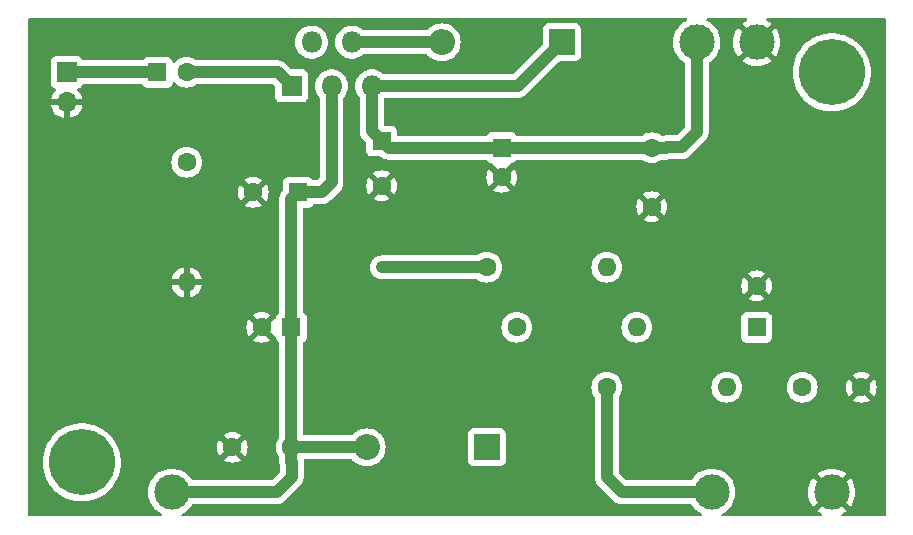
<source format=gbr>
%TF.GenerationSoftware,KiCad,Pcbnew,8.0.3*%
%TF.CreationDate,2025-07-08T18:19:16+07:00*%
%TF.ProjectId,tda2030,74646132-3033-4302-9e6b-696361645f70,rev?*%
%TF.SameCoordinates,Original*%
%TF.FileFunction,Copper,L1,Top*%
%TF.FilePolarity,Positive*%
%FSLAX46Y46*%
G04 Gerber Fmt 4.6, Leading zero omitted, Abs format (unit mm)*
G04 Created by KiCad (PCBNEW 8.0.3) date 2025-07-08 18:19:16*
%MOMM*%
%LPD*%
G01*
G04 APERTURE LIST*
%TA.AperFunction,ComponentPad*%
%ADD10R,1.600000X1.600000*%
%TD*%
%TA.AperFunction,ComponentPad*%
%ADD11C,1.600000*%
%TD*%
%TA.AperFunction,ComponentPad*%
%ADD12O,1.600000X1.600000*%
%TD*%
%TA.AperFunction,ComponentPad*%
%ADD13C,5.600000*%
%TD*%
%TA.AperFunction,ComponentPad*%
%ADD14R,1.700000X1.700000*%
%TD*%
%TA.AperFunction,ComponentPad*%
%ADD15O,1.700000X1.700000*%
%TD*%
%TA.AperFunction,ComponentPad*%
%ADD16C,3.000000*%
%TD*%
%TA.AperFunction,ComponentPad*%
%ADD17R,2.200000X2.200000*%
%TD*%
%TA.AperFunction,ComponentPad*%
%ADD18O,2.200000X2.200000*%
%TD*%
%TA.AperFunction,ComponentPad*%
%ADD19R,1.800000X1.800000*%
%TD*%
%TA.AperFunction,ComponentPad*%
%ADD20O,1.800000X1.800000*%
%TD*%
%TA.AperFunction,ViaPad*%
%ADD21C,1.000000*%
%TD*%
%TA.AperFunction,Conductor*%
%ADD22C,1.000000*%
%TD*%
G04 APERTURE END LIST*
D10*
%TO.P,C7,1*%
%TO.N,V-*%
X175220000Y-77470000D03*
D11*
%TO.P,C7,2*%
%TO.N,GND*%
X172720000Y-77470000D03*
%TD*%
D10*
%TO.P,C4,1*%
%TO.N,v+*%
X193040000Y-62270000D03*
D11*
%TO.P,C4,2*%
%TO.N,GND*%
X193040000Y-64770000D03*
%TD*%
D10*
%TO.P,C5,1*%
%TO.N,v+*%
X182880000Y-61697349D03*
D11*
%TO.P,C5,2*%
%TO.N,GND*%
X182880000Y-65497349D03*
%TD*%
%TO.P,R2,1*%
%TO.N,Net-(U1--)*%
X194310000Y-77470000D03*
D12*
%TO.P,R2,2*%
%TO.N,Net-(C2-Pad1)*%
X204470000Y-77470000D03*
%TD*%
D13*
%TO.P,REF\u002A\u002A,1*%
%TO.N,N/C*%
X157480000Y-88900000D03*
%TD*%
D10*
%TO.P,C1,1*%
%TO.N,audio in*%
X163870000Y-55880000D03*
D11*
%TO.P,C1,2*%
%TO.N,Net-(U1-+)*%
X166370000Y-55880000D03*
%TD*%
D14*
%TO.P,audio mono,1*%
%TO.N,audio in*%
X156210000Y-55880000D03*
D15*
%TO.P,audio mono,2*%
%TO.N,GND*%
X156210000Y-58420000D03*
%TD*%
D16*
%TO.P,V+,1*%
%TO.N,v+*%
X209550000Y-53340000D03*
%TD*%
D11*
%TO.P,R4,1*%
%TO.N,S+*%
X201930000Y-82550000D03*
D12*
%TO.P,R4,2*%
%TO.N,Net-(C9-Pad1)*%
X212090000Y-82550000D03*
%TD*%
D10*
%TO.P,C6,1*%
%TO.N,V-*%
X175792651Y-66040000D03*
D11*
%TO.P,C6,2*%
%TO.N,GND*%
X171992651Y-66040000D03*
%TD*%
D17*
%TO.P,D1,1,K*%
%TO.N,v+*%
X198120000Y-53340000D03*
D18*
%TO.P,D1,2,A*%
%TO.N,S+*%
X187960000Y-53340000D03*
%TD*%
D16*
%TO.P,S-,1*%
%TO.N,GND*%
X220980000Y-91440000D03*
%TD*%
D17*
%TO.P,D2,1,K*%
%TO.N,S+*%
X191770000Y-87630000D03*
D18*
%TO.P,D2,2,A*%
%TO.N,V-*%
X181610000Y-87630000D03*
%TD*%
D11*
%TO.P,C3,1*%
%TO.N,v+*%
X205740000Y-62270000D03*
%TO.P,C3,2*%
%TO.N,GND*%
X205740000Y-67270000D03*
%TD*%
D16*
%TO.P,S+,1*%
%TO.N,S+*%
X210820000Y-91440000D03*
%TD*%
%TO.P,0v,1*%
%TO.N,GND*%
X214630000Y-53340000D03*
%TD*%
D13*
%TO.P,REF\u002A\u002A,1*%
%TO.N,N/C*%
X220980000Y-55880000D03*
%TD*%
D16*
%TO.P,V-,1*%
%TO.N,V-*%
X165100000Y-91440000D03*
%TD*%
D19*
%TO.P,U1,1,+*%
%TO.N,Net-(U1-+)*%
X175240000Y-57040000D03*
D20*
%TO.P,U1,2,-*%
%TO.N,Net-(U1--)*%
X176940000Y-53340000D03*
%TO.P,U1,3,-Vs*%
%TO.N,V-*%
X178640000Y-57040000D03*
%TO.P,U1,4*%
%TO.N,S+*%
X180340000Y-53340000D03*
%TO.P,U1,5,+Vs*%
%TO.N,v+*%
X182040000Y-57040000D03*
%TD*%
D11*
%TO.P,R3,1*%
%TO.N,Net-(U1-+)*%
X166370000Y-63500000D03*
D12*
%TO.P,R3,2*%
%TO.N,GND*%
X166370000Y-73660000D03*
%TD*%
D11*
%TO.P,C9,1*%
%TO.N,Net-(C9-Pad1)*%
X218480000Y-82550000D03*
%TO.P,C9,2*%
%TO.N,GND*%
X223480000Y-82550000D03*
%TD*%
D10*
%TO.P,C2,1*%
%TO.N,Net-(C2-Pad1)*%
X214630000Y-77470000D03*
D11*
%TO.P,C2,2*%
%TO.N,GND*%
X214630000Y-73970000D03*
%TD*%
%TO.P,C8,1*%
%TO.N,V-*%
X175220000Y-87630000D03*
%TO.P,C8,2*%
%TO.N,GND*%
X170220000Y-87630000D03*
%TD*%
%TO.P,R1,1*%
%TO.N,Net-(U1--)*%
X191770000Y-72390000D03*
D12*
%TO.P,R1,2*%
%TO.N,S+*%
X201930000Y-72390000D03*
%TD*%
D21*
%TO.N,GND*%
X182880000Y-91440000D03*
X163830000Y-63500000D03*
X219710000Y-60960000D03*
X186690000Y-91440000D03*
X156210000Y-63500000D03*
X212090000Y-60960000D03*
X163830000Y-71120000D03*
X198120000Y-91440000D03*
X182880000Y-78740000D03*
X194310000Y-91440000D03*
X156210000Y-74930000D03*
X223520000Y-64770000D03*
X179070000Y-78740000D03*
X223520000Y-60960000D03*
X163830000Y-74930000D03*
X223520000Y-68580000D03*
X160020000Y-63500000D03*
X215900000Y-68580000D03*
X208280000Y-68580000D03*
X190500000Y-91440000D03*
X179070000Y-82550000D03*
X163830000Y-67310000D03*
X212090000Y-68580000D03*
X179070000Y-91440000D03*
X156210000Y-71120000D03*
X208280000Y-72390000D03*
X182880000Y-82550000D03*
X156210000Y-78740000D03*
X163830000Y-78740000D03*
X215900000Y-64770000D03*
X160020000Y-78740000D03*
X219710000Y-68580000D03*
X160020000Y-74930000D03*
X163830000Y-82550000D03*
X223520000Y-72390000D03*
X208280000Y-64770000D03*
X160020000Y-67310000D03*
X212090000Y-64770000D03*
X156210000Y-82550000D03*
X160020000Y-71120000D03*
X219710000Y-72390000D03*
X219710000Y-64770000D03*
X179070000Y-74930000D03*
X156210000Y-67310000D03*
X160020000Y-82550000D03*
X215900000Y-60960000D03*
X186690000Y-82550000D03*
%TO.N,Net-(U1--)*%
X182880000Y-72390000D03*
%TD*%
D22*
%TO.N,v+*%
X194420000Y-57040000D02*
X182040000Y-57040000D01*
X206970000Y-62270000D02*
X205740000Y-62270000D01*
X182040000Y-60857349D02*
X182880000Y-61697349D01*
X209550000Y-60960000D02*
X208280000Y-62230000D01*
X193080000Y-62270000D02*
X193040000Y-62310000D01*
X209550000Y-53340000D02*
X209550000Y-60960000D01*
X198120000Y-53340000D02*
X194420000Y-57040000D01*
X205740000Y-62270000D02*
X183452651Y-62270000D01*
X183452651Y-62270000D02*
X182880000Y-61697349D01*
X207010000Y-62230000D02*
X206970000Y-62270000D01*
X208280000Y-62230000D02*
X207010000Y-62230000D01*
X182040000Y-57040000D02*
X182040000Y-60857349D01*
%TO.N,V-*%
X181610000Y-87630000D02*
X175220000Y-87630000D01*
X175220000Y-66612651D02*
X175792651Y-66040000D01*
X175220000Y-88860000D02*
X175220000Y-87630000D01*
X175260000Y-90170000D02*
X175260000Y-88900000D01*
X165100000Y-91440000D02*
X173990000Y-91440000D01*
X175220000Y-87630000D02*
X175220000Y-66612651D01*
X177800000Y-66040000D02*
X175792651Y-66040000D01*
X178640000Y-57040000D02*
X178640000Y-65200000D01*
X178640000Y-65200000D02*
X177800000Y-66040000D01*
X175260000Y-88900000D02*
X175220000Y-88860000D01*
X173990000Y-91440000D02*
X175260000Y-90170000D01*
%TO.N,Net-(U1--)*%
X191770000Y-72390000D02*
X182880000Y-72390000D01*
%TO.N,Net-(U1-+)*%
X166370000Y-55880000D02*
X174080000Y-55880000D01*
X174080000Y-55880000D02*
X175240000Y-57040000D01*
%TO.N,audio in*%
X156210000Y-55880000D02*
X163870000Y-55880000D01*
%TO.N,S+*%
X210820000Y-91440000D02*
X203200000Y-91440000D01*
X201930000Y-90170000D02*
X201930000Y-82550000D01*
X203200000Y-91440000D02*
X201930000Y-90170000D01*
X187960000Y-53340000D02*
X180340000Y-53340000D01*
%TD*%
%TA.AperFunction,Conductor*%
%TO.N,GND*%
G36*
X208692037Y-51320185D02*
G01*
X208737792Y-51372989D01*
X208747736Y-51442147D01*
X208718711Y-51505703D01*
X208684425Y-51533332D01*
X208465690Y-51652770D01*
X208465682Y-51652775D01*
X208236612Y-51824254D01*
X208236594Y-51824270D01*
X208034270Y-52026594D01*
X208034254Y-52026612D01*
X207862775Y-52255682D01*
X207862770Y-52255690D01*
X207725635Y-52506833D01*
X207625628Y-52774962D01*
X207564804Y-53054566D01*
X207544390Y-53339998D01*
X207544390Y-53340001D01*
X207564804Y-53625433D01*
X207625628Y-53905037D01*
X207625630Y-53905043D01*
X207625631Y-53905046D01*
X207725557Y-54172958D01*
X207725635Y-54173166D01*
X207862770Y-54424309D01*
X207862775Y-54424317D01*
X208034254Y-54653387D01*
X208034270Y-54653405D01*
X208236594Y-54855729D01*
X208236612Y-54855745D01*
X208465680Y-55027223D01*
X208465683Y-55027225D01*
X208465685Y-55027226D01*
X208484926Y-55037732D01*
X208534331Y-55087134D01*
X208549500Y-55146564D01*
X208549500Y-60494218D01*
X208529815Y-60561257D01*
X208513181Y-60581899D01*
X207901899Y-61193181D01*
X207840576Y-61226666D01*
X207814218Y-61229500D01*
X207114675Y-61229500D01*
X207114655Y-61229499D01*
X207108541Y-61229499D01*
X206911460Y-61229499D01*
X206911457Y-61229499D01*
X206722340Y-61267117D01*
X206698149Y-61269500D01*
X206617588Y-61269500D01*
X206550549Y-61249815D01*
X206546465Y-61247075D01*
X206521365Y-61229500D01*
X206392734Y-61139432D01*
X206334876Y-61112452D01*
X206186497Y-61043261D01*
X206186488Y-61043258D01*
X205966697Y-60984366D01*
X205966693Y-60984365D01*
X205966692Y-60984365D01*
X205966691Y-60984364D01*
X205966686Y-60984364D01*
X205740002Y-60964532D01*
X205739998Y-60964532D01*
X205513313Y-60984364D01*
X205513302Y-60984366D01*
X205293511Y-61043258D01*
X205293502Y-61043261D01*
X205087267Y-61139431D01*
X205087265Y-61139432D01*
X205010504Y-61193181D01*
X204958635Y-61229500D01*
X204933535Y-61247075D01*
X204867329Y-61269402D01*
X204862412Y-61269500D01*
X194377180Y-61269500D01*
X194310141Y-61249815D01*
X194277913Y-61219811D01*
X194257978Y-61193181D01*
X194197546Y-61112454D01*
X194125532Y-61058544D01*
X194082335Y-61026206D01*
X194082328Y-61026202D01*
X193947482Y-60975908D01*
X193947483Y-60975908D01*
X193887883Y-60969501D01*
X193887881Y-60969500D01*
X193887873Y-60969500D01*
X193887864Y-60969500D01*
X192192129Y-60969500D01*
X192192123Y-60969501D01*
X192132516Y-60975908D01*
X191997671Y-61026202D01*
X191997664Y-61026206D01*
X191882456Y-61112452D01*
X191882455Y-61112453D01*
X191882454Y-61112454D01*
X191854958Y-61149184D01*
X191802087Y-61219811D01*
X191746153Y-61261682D01*
X191702820Y-61269500D01*
X184304499Y-61269500D01*
X184237460Y-61249815D01*
X184191705Y-61197011D01*
X184180499Y-61145500D01*
X184180499Y-60849478D01*
X184180498Y-60849472D01*
X184174091Y-60789865D01*
X184123797Y-60655020D01*
X184123793Y-60655013D01*
X184037547Y-60539804D01*
X184037544Y-60539801D01*
X183922335Y-60453555D01*
X183922328Y-60453551D01*
X183787482Y-60403257D01*
X183787483Y-60403257D01*
X183727883Y-60396850D01*
X183727881Y-60396849D01*
X183727873Y-60396849D01*
X183727865Y-60396849D01*
X183164500Y-60396849D01*
X183097461Y-60377164D01*
X183051706Y-60324360D01*
X183040500Y-60272849D01*
X183040500Y-58164500D01*
X183060185Y-58097461D01*
X183112989Y-58051706D01*
X183164500Y-58040500D01*
X194518542Y-58040500D01*
X194537870Y-58036655D01*
X194615188Y-58021275D01*
X194711836Y-58002051D01*
X194765165Y-57979961D01*
X194893914Y-57926632D01*
X195057782Y-57817139D01*
X195197139Y-57677782D01*
X195197140Y-57677779D01*
X195204206Y-57670714D01*
X195204209Y-57670710D01*
X197898101Y-54976818D01*
X197959424Y-54943333D01*
X197985782Y-54940499D01*
X199267871Y-54940499D01*
X199267872Y-54940499D01*
X199327483Y-54934091D01*
X199462331Y-54883796D01*
X199577546Y-54797546D01*
X199663796Y-54682331D01*
X199714091Y-54547483D01*
X199720500Y-54487873D01*
X199720499Y-52192128D01*
X199714091Y-52132517D01*
X199706974Y-52113436D01*
X199663797Y-51997671D01*
X199663793Y-51997664D01*
X199577547Y-51882455D01*
X199577544Y-51882452D01*
X199462335Y-51796206D01*
X199462328Y-51796202D01*
X199327482Y-51745908D01*
X199327483Y-51745908D01*
X199267883Y-51739501D01*
X199267881Y-51739500D01*
X199267873Y-51739500D01*
X199267864Y-51739500D01*
X196972129Y-51739500D01*
X196972123Y-51739501D01*
X196912516Y-51745908D01*
X196777671Y-51796202D01*
X196777664Y-51796206D01*
X196662455Y-51882452D01*
X196662452Y-51882455D01*
X196576206Y-51997664D01*
X196576202Y-51997671D01*
X196525908Y-52132517D01*
X196522574Y-52163535D01*
X196519501Y-52192123D01*
X196519500Y-52192135D01*
X196519500Y-53474217D01*
X196499815Y-53541256D01*
X196483181Y-53561898D01*
X194041899Y-56003181D01*
X193980576Y-56036666D01*
X193954218Y-56039500D01*
X183076464Y-56039500D01*
X183009425Y-56019815D01*
X182992479Y-56006728D01*
X182991794Y-56006098D01*
X182991784Y-56006087D01*
X182852482Y-55897664D01*
X182808628Y-55863531D01*
X182604504Y-55753064D01*
X182604495Y-55753061D01*
X182384984Y-55677702D01*
X182194450Y-55645908D01*
X182156049Y-55639500D01*
X181923951Y-55639500D01*
X181885550Y-55645908D01*
X181695015Y-55677702D01*
X181475504Y-55753061D01*
X181475495Y-55753064D01*
X181271371Y-55863531D01*
X181271365Y-55863535D01*
X181088222Y-56006081D01*
X181088219Y-56006084D01*
X181088216Y-56006086D01*
X181088216Y-56006087D01*
X181063886Y-56032517D01*
X180931016Y-56176852D01*
X180804075Y-56371151D01*
X180710842Y-56583699D01*
X180653866Y-56808691D01*
X180653864Y-56808702D01*
X180634700Y-57039993D01*
X180634700Y-57040006D01*
X180653864Y-57271297D01*
X180653866Y-57271308D01*
X180710842Y-57496300D01*
X180804075Y-57708848D01*
X180931016Y-57903147D01*
X180931019Y-57903151D01*
X180931021Y-57903153D01*
X181006731Y-57985396D01*
X181037652Y-58048049D01*
X181039500Y-58069377D01*
X181039500Y-60955890D01*
X181039500Y-60955892D01*
X181039499Y-60955892D01*
X181077947Y-61149178D01*
X181077950Y-61149188D01*
X181153364Y-61331256D01*
X181153371Y-61331269D01*
X181262859Y-61495129D01*
X181262860Y-61495130D01*
X181262861Y-61495131D01*
X181402218Y-61634488D01*
X181402219Y-61634488D01*
X181409286Y-61641555D01*
X181409285Y-61641555D01*
X181409289Y-61641558D01*
X181543181Y-61775450D01*
X181576666Y-61836773D01*
X181579500Y-61863131D01*
X181579500Y-62545219D01*
X181579501Y-62545225D01*
X181585908Y-62604832D01*
X181636202Y-62739677D01*
X181636206Y-62739684D01*
X181722452Y-62854893D01*
X181722455Y-62854896D01*
X181837664Y-62941142D01*
X181837671Y-62941146D01*
X181882618Y-62957910D01*
X181972517Y-62991440D01*
X182032127Y-62997849D01*
X182714215Y-62997848D01*
X182781254Y-63017532D01*
X182801896Y-63034167D01*
X182814865Y-63047136D01*
X182814869Y-63047139D01*
X182978730Y-63156628D01*
X182978732Y-63156629D01*
X182978737Y-63156632D01*
X183075304Y-63196631D01*
X183160815Y-63232051D01*
X183257463Y-63251275D01*
X183305786Y-63260887D01*
X183354109Y-63270500D01*
X183354110Y-63270500D01*
X183354111Y-63270500D01*
X183551191Y-63270500D01*
X191702820Y-63270500D01*
X191769859Y-63290185D01*
X191802085Y-63320187D01*
X191882454Y-63427546D01*
X191928643Y-63462123D01*
X191997664Y-63513793D01*
X191997671Y-63513797D01*
X192042618Y-63530561D01*
X192132517Y-63564091D01*
X192192127Y-63570500D01*
X192192153Y-63570499D01*
X192195453Y-63570678D01*
X192195372Y-63572183D01*
X192256672Y-63590112D01*
X192302483Y-63642867D01*
X192310016Y-63686464D01*
X192993553Y-64370000D01*
X192987339Y-64370000D01*
X192885606Y-64397259D01*
X192794394Y-64449920D01*
X192719920Y-64524394D01*
X192667259Y-64615606D01*
X192640000Y-64717339D01*
X192640000Y-64723552D01*
X191960974Y-64044526D01*
X191960973Y-64044526D01*
X191909868Y-64117512D01*
X191909866Y-64117516D01*
X191813734Y-64323673D01*
X191813730Y-64323682D01*
X191754860Y-64543389D01*
X191754858Y-64543400D01*
X191735034Y-64769997D01*
X191735034Y-64770002D01*
X191754858Y-64996599D01*
X191754860Y-64996610D01*
X191813730Y-65216317D01*
X191813735Y-65216331D01*
X191909863Y-65422478D01*
X191960974Y-65495472D01*
X192640000Y-64816446D01*
X192640000Y-64822661D01*
X192667259Y-64924394D01*
X192719920Y-65015606D01*
X192794394Y-65090080D01*
X192885606Y-65142741D01*
X192987339Y-65170000D01*
X192993553Y-65170000D01*
X192314526Y-65849025D01*
X192387513Y-65900132D01*
X192387521Y-65900136D01*
X192593668Y-65996264D01*
X192593682Y-65996269D01*
X192813389Y-66055139D01*
X192813400Y-66055141D01*
X193039998Y-66074966D01*
X193040002Y-66074966D01*
X193266599Y-66055141D01*
X193266610Y-66055139D01*
X193486317Y-65996269D01*
X193486331Y-65996264D01*
X193692478Y-65900136D01*
X193765471Y-65849024D01*
X193086447Y-65170000D01*
X193092661Y-65170000D01*
X193194394Y-65142741D01*
X193285606Y-65090080D01*
X193360080Y-65015606D01*
X193412741Y-64924394D01*
X193440000Y-64822661D01*
X193440000Y-64816447D01*
X194119024Y-65495471D01*
X194170136Y-65422478D01*
X194266264Y-65216331D01*
X194266269Y-65216317D01*
X194325139Y-64996610D01*
X194325141Y-64996599D01*
X194344966Y-64770002D01*
X194344966Y-64769997D01*
X194325141Y-64543400D01*
X194325139Y-64543389D01*
X194266269Y-64323682D01*
X194266264Y-64323668D01*
X194170136Y-64117521D01*
X194170132Y-64117513D01*
X194119025Y-64044526D01*
X193440000Y-64723551D01*
X193440000Y-64717339D01*
X193412741Y-64615606D01*
X193360080Y-64524394D01*
X193285606Y-64449920D01*
X193194394Y-64397259D01*
X193092661Y-64370000D01*
X193086448Y-64370000D01*
X193770645Y-63685801D01*
X193780492Y-63636807D01*
X193829107Y-63586624D01*
X193884633Y-63571981D01*
X193884576Y-63570900D01*
X193884571Y-63570854D01*
X193884573Y-63570853D01*
X193884564Y-63570676D01*
X193887857Y-63570499D01*
X193887872Y-63570499D01*
X193947483Y-63564091D01*
X194082331Y-63513796D01*
X194197546Y-63427546D01*
X194277914Y-63320188D01*
X194333847Y-63278318D01*
X194377180Y-63270500D01*
X204862412Y-63270500D01*
X204929451Y-63290185D01*
X204933523Y-63292917D01*
X205087266Y-63400568D01*
X205293504Y-63496739D01*
X205293509Y-63496740D01*
X205293511Y-63496741D01*
X205305674Y-63500000D01*
X205513308Y-63555635D01*
X205675230Y-63569801D01*
X205739998Y-63575468D01*
X205740000Y-63575468D01*
X205740002Y-63575468D01*
X205796807Y-63570498D01*
X205966692Y-63555635D01*
X206186496Y-63496739D01*
X206392734Y-63400568D01*
X206546465Y-63292924D01*
X206612671Y-63270598D01*
X206617588Y-63270500D01*
X207068542Y-63270500D01*
X207087870Y-63266655D01*
X207165188Y-63251275D01*
X207257658Y-63232881D01*
X207281847Y-63230500D01*
X208378542Y-63230500D01*
X208397870Y-63226655D01*
X208475188Y-63211275D01*
X208571836Y-63192051D01*
X208625165Y-63169961D01*
X208753914Y-63116632D01*
X208917782Y-63007139D01*
X209057139Y-62867782D01*
X209057140Y-62867779D01*
X209064206Y-62860714D01*
X209064209Y-62860710D01*
X210187778Y-61737141D01*
X210187782Y-61737139D01*
X210327139Y-61597782D01*
X210436632Y-61433914D01*
X210504195Y-61270802D01*
X210512051Y-61251836D01*
X210550500Y-61058540D01*
X210550500Y-60861460D01*
X210550500Y-55880000D01*
X217674652Y-55880000D01*
X217690746Y-56176847D01*
X217694028Y-56237368D01*
X217694029Y-56237385D01*
X217751926Y-56590539D01*
X217751932Y-56590565D01*
X217847672Y-56935392D01*
X217847674Y-56935399D01*
X217980142Y-57267870D01*
X217980151Y-57267888D01*
X218147784Y-57584077D01*
X218147787Y-57584082D01*
X218147789Y-57584085D01*
X218305803Y-57817139D01*
X218348634Y-57880309D01*
X218348641Y-57880319D01*
X218580331Y-58153085D01*
X218580332Y-58153086D01*
X218840163Y-58399211D01*
X219125081Y-58615800D01*
X219431747Y-58800315D01*
X219431749Y-58800316D01*
X219431751Y-58800317D01*
X219431755Y-58800319D01*
X219611519Y-58883486D01*
X219756565Y-58950591D01*
X220095726Y-59064868D01*
X220445254Y-59141805D01*
X220801052Y-59180500D01*
X220801058Y-59180500D01*
X221158942Y-59180500D01*
X221158948Y-59180500D01*
X221514746Y-59141805D01*
X221864274Y-59064868D01*
X222203435Y-58950591D01*
X222528253Y-58800315D01*
X222834919Y-58615800D01*
X223119837Y-58399211D01*
X223379668Y-58153086D01*
X223611365Y-57880311D01*
X223812211Y-57584085D01*
X223979853Y-57267880D01*
X224112324Y-56935403D01*
X224208071Y-56590552D01*
X224225891Y-56481848D01*
X224265970Y-56237385D01*
X224265970Y-56237382D01*
X224265972Y-56237371D01*
X224285348Y-55880000D01*
X224265972Y-55522629D01*
X224241784Y-55375091D01*
X224208073Y-55169460D01*
X224208072Y-55169459D01*
X224208071Y-55169448D01*
X224138243Y-54917949D01*
X224112327Y-54824607D01*
X224112325Y-54824600D01*
X224097610Y-54787669D01*
X224044108Y-54653387D01*
X223979857Y-54492129D01*
X223979848Y-54492111D01*
X223977606Y-54487883D01*
X223899469Y-54340500D01*
X223812215Y-54175922D01*
X223812213Y-54175919D01*
X223812211Y-54175915D01*
X223611365Y-53879689D01*
X223611361Y-53879684D01*
X223611358Y-53879680D01*
X223379668Y-53606914D01*
X223342076Y-53571305D01*
X223119837Y-53360789D01*
X223119830Y-53360783D01*
X223119827Y-53360781D01*
X223052245Y-53309407D01*
X222834919Y-53144200D01*
X222528253Y-52959685D01*
X222528252Y-52959684D01*
X222528248Y-52959682D01*
X222528244Y-52959680D01*
X222203447Y-52809414D01*
X222203441Y-52809411D01*
X222203435Y-52809409D01*
X222033854Y-52752270D01*
X221864273Y-52695131D01*
X221514744Y-52618194D01*
X221158949Y-52579500D01*
X221158948Y-52579500D01*
X220801052Y-52579500D01*
X220801050Y-52579500D01*
X220445255Y-52618194D01*
X220095726Y-52695131D01*
X219858823Y-52774954D01*
X219756565Y-52809409D01*
X219756563Y-52809410D01*
X219756552Y-52809414D01*
X219431755Y-52959680D01*
X219431751Y-52959682D01*
X219217077Y-53088848D01*
X219125081Y-53144200D01*
X219036768Y-53211333D01*
X218840172Y-53360781D01*
X218840163Y-53360789D01*
X218580331Y-53606914D01*
X218348641Y-53879680D01*
X218348634Y-53879690D01*
X218147790Y-54175913D01*
X218147784Y-54175922D01*
X217980151Y-54492111D01*
X217980142Y-54492129D01*
X217847674Y-54824600D01*
X217847672Y-54824607D01*
X217751932Y-55169434D01*
X217751926Y-55169460D01*
X217694029Y-55522614D01*
X217694028Y-55522627D01*
X217694028Y-55522629D01*
X217674652Y-55880000D01*
X210550500Y-55880000D01*
X210550500Y-55146564D01*
X210570185Y-55079525D01*
X210615072Y-55037732D01*
X210634315Y-55027226D01*
X210863395Y-54855739D01*
X211065739Y-54653395D01*
X211237226Y-54424315D01*
X211374367Y-54173161D01*
X211474369Y-53905046D01*
X211498025Y-53796300D01*
X211535195Y-53625433D01*
X211535195Y-53625432D01*
X211535196Y-53625428D01*
X211555610Y-53340000D01*
X211555609Y-53339993D01*
X211541606Y-53144199D01*
X211535196Y-53054572D01*
X211520005Y-52984742D01*
X211474371Y-52774962D01*
X211474370Y-52774960D01*
X211474369Y-52774954D01*
X211374367Y-52506839D01*
X211314031Y-52396343D01*
X211237229Y-52255690D01*
X211237224Y-52255682D01*
X211065745Y-52026612D01*
X211065729Y-52026594D01*
X210863405Y-51824270D01*
X210863387Y-51824254D01*
X210634317Y-51652775D01*
X210634309Y-51652770D01*
X210415575Y-51533332D01*
X210366170Y-51483927D01*
X210351318Y-51415654D01*
X210375735Y-51350189D01*
X210431669Y-51308318D01*
X210475002Y-51300500D01*
X213706042Y-51300500D01*
X213773081Y-51320185D01*
X213818836Y-51372989D01*
X213828780Y-51442147D01*
X213799755Y-51505703D01*
X213765469Y-51533332D01*
X213545961Y-51653191D01*
X213545953Y-51653196D01*
X213403437Y-51759882D01*
X213403436Y-51759883D01*
X214305975Y-52662421D01*
X214274742Y-52675359D01*
X214151903Y-52757437D01*
X214047437Y-52861903D01*
X213965359Y-52984742D01*
X213952421Y-53015974D01*
X213049883Y-52113436D01*
X213049882Y-52113437D01*
X212943196Y-52255953D01*
X212943191Y-52255961D01*
X212806091Y-52507041D01*
X212706109Y-52775104D01*
X212645300Y-53054637D01*
X212624891Y-53339998D01*
X212624891Y-53340001D01*
X212645300Y-53625362D01*
X212706109Y-53904895D01*
X212806091Y-54172958D01*
X212943191Y-54424038D01*
X212943196Y-54424046D01*
X213049882Y-54566561D01*
X213049883Y-54566562D01*
X213952421Y-53664024D01*
X213965359Y-53695258D01*
X214047437Y-53818097D01*
X214151903Y-53922563D01*
X214274742Y-54004641D01*
X214305974Y-54017578D01*
X213403436Y-54920115D01*
X213545960Y-55026807D01*
X213545961Y-55026808D01*
X213797042Y-55163908D01*
X213797041Y-55163908D01*
X214065104Y-55263890D01*
X214344637Y-55324699D01*
X214629999Y-55345109D01*
X214630001Y-55345109D01*
X214915362Y-55324699D01*
X215194895Y-55263890D01*
X215462958Y-55163908D01*
X215714047Y-55026803D01*
X215856561Y-54920116D01*
X215856562Y-54920115D01*
X214954025Y-54017577D01*
X214985258Y-54004641D01*
X215108097Y-53922563D01*
X215212563Y-53818097D01*
X215294641Y-53695258D01*
X215307578Y-53664025D01*
X216210115Y-54566562D01*
X216210116Y-54566561D01*
X216316803Y-54424047D01*
X216453908Y-54172958D01*
X216553890Y-53904895D01*
X216614699Y-53625362D01*
X216635109Y-53340001D01*
X216635109Y-53339998D01*
X216614699Y-53054637D01*
X216553890Y-52775104D01*
X216453908Y-52507041D01*
X216316808Y-52255961D01*
X216316807Y-52255960D01*
X216210115Y-52113436D01*
X215307577Y-53015973D01*
X215294641Y-52984742D01*
X215212563Y-52861903D01*
X215108097Y-52757437D01*
X214985258Y-52675359D01*
X214954024Y-52662421D01*
X215856562Y-51759883D01*
X215856561Y-51759882D01*
X215714046Y-51653196D01*
X215714038Y-51653191D01*
X215494531Y-51533332D01*
X215445126Y-51483927D01*
X215430274Y-51415654D01*
X215454691Y-51350190D01*
X215510624Y-51308318D01*
X215553958Y-51300500D01*
X225435500Y-51300500D01*
X225502539Y-51320185D01*
X225548294Y-51372989D01*
X225559500Y-51424500D01*
X225559500Y-93355500D01*
X225539815Y-93422539D01*
X225487011Y-93468294D01*
X225435500Y-93479500D01*
X221903958Y-93479500D01*
X221836919Y-93459815D01*
X221791164Y-93407011D01*
X221781220Y-93337853D01*
X221810245Y-93274297D01*
X221844531Y-93246668D01*
X222064047Y-93126803D01*
X222206561Y-93020116D01*
X222206562Y-93020115D01*
X221304025Y-92117577D01*
X221335258Y-92104641D01*
X221458097Y-92022563D01*
X221562563Y-91918097D01*
X221644641Y-91795258D01*
X221657578Y-91764025D01*
X222560115Y-92666562D01*
X222560116Y-92666561D01*
X222666803Y-92524047D01*
X222803908Y-92272958D01*
X222903890Y-92004895D01*
X222964699Y-91725362D01*
X222985109Y-91440001D01*
X222985109Y-91439998D01*
X222964699Y-91154637D01*
X222903890Y-90875104D01*
X222803908Y-90607041D01*
X222666808Y-90355961D01*
X222666807Y-90355960D01*
X222560115Y-90213436D01*
X221657577Y-91115973D01*
X221644641Y-91084742D01*
X221562563Y-90961903D01*
X221458097Y-90857437D01*
X221335258Y-90775359D01*
X221304024Y-90762421D01*
X222206562Y-89859883D01*
X222206561Y-89859882D01*
X222064046Y-89753196D01*
X222064038Y-89753191D01*
X221812957Y-89616091D01*
X221812958Y-89616091D01*
X221544895Y-89516109D01*
X221265362Y-89455300D01*
X220980001Y-89434891D01*
X220979999Y-89434891D01*
X220694637Y-89455300D01*
X220415104Y-89516109D01*
X220147041Y-89616091D01*
X219895961Y-89753191D01*
X219895953Y-89753196D01*
X219753437Y-89859882D01*
X219753436Y-89859883D01*
X220655975Y-90762421D01*
X220624742Y-90775359D01*
X220501903Y-90857437D01*
X220397437Y-90961903D01*
X220315359Y-91084742D01*
X220302421Y-91115974D01*
X219399883Y-90213436D01*
X219399882Y-90213437D01*
X219293196Y-90355953D01*
X219293191Y-90355961D01*
X219156091Y-90607041D01*
X219056109Y-90875104D01*
X218995300Y-91154637D01*
X218974891Y-91439998D01*
X218974891Y-91440001D01*
X218995300Y-91725362D01*
X219056109Y-92004895D01*
X219156091Y-92272958D01*
X219293191Y-92524038D01*
X219293196Y-92524046D01*
X219399882Y-92666561D01*
X219399883Y-92666562D01*
X220302421Y-91764024D01*
X220315359Y-91795258D01*
X220397437Y-91918097D01*
X220501903Y-92022563D01*
X220624742Y-92104641D01*
X220655974Y-92117578D01*
X219753436Y-93020115D01*
X219895960Y-93126807D01*
X219895961Y-93126808D01*
X220115469Y-93246668D01*
X220164874Y-93296073D01*
X220179726Y-93364346D01*
X220155309Y-93429810D01*
X220099376Y-93471682D01*
X220056042Y-93479500D01*
X211745002Y-93479500D01*
X211677963Y-93459815D01*
X211632208Y-93407011D01*
X211622264Y-93337853D01*
X211651289Y-93274297D01*
X211685575Y-93246668D01*
X211821427Y-93172486D01*
X211904315Y-93127226D01*
X212133395Y-92955739D01*
X212335739Y-92753395D01*
X212507226Y-92524315D01*
X212644367Y-92273161D01*
X212744369Y-92005046D01*
X212784555Y-91820315D01*
X212805195Y-91725433D01*
X212805195Y-91725432D01*
X212805196Y-91725428D01*
X212825610Y-91440000D01*
X212805196Y-91154572D01*
X212790005Y-91084742D01*
X212744371Y-90874962D01*
X212744370Y-90874960D01*
X212744369Y-90874954D01*
X212644367Y-90606839D01*
X212594308Y-90515164D01*
X212507226Y-90355685D01*
X212507224Y-90355682D01*
X212335745Y-90126612D01*
X212335729Y-90126594D01*
X212133405Y-89924270D01*
X212133387Y-89924254D01*
X211904317Y-89752775D01*
X211904309Y-89752770D01*
X211653166Y-89615635D01*
X211653167Y-89615635D01*
X211545915Y-89575632D01*
X211385046Y-89515631D01*
X211385043Y-89515630D01*
X211385037Y-89515628D01*
X211105433Y-89454804D01*
X210820001Y-89434390D01*
X210819999Y-89434390D01*
X210534566Y-89454804D01*
X210254962Y-89515628D01*
X209986833Y-89615635D01*
X209735690Y-89752770D01*
X209735682Y-89752775D01*
X209506612Y-89924254D01*
X209506594Y-89924270D01*
X209304270Y-90126594D01*
X209304254Y-90126612D01*
X209132775Y-90355682D01*
X209132774Y-90355685D01*
X209122268Y-90374925D01*
X209072863Y-90424331D01*
X209013435Y-90439500D01*
X203665782Y-90439500D01*
X203598743Y-90419815D01*
X203578101Y-90403181D01*
X202966819Y-89791899D01*
X202933334Y-89730576D01*
X202930500Y-89704218D01*
X202930500Y-83427588D01*
X202950185Y-83360549D01*
X202952925Y-83356465D01*
X203060568Y-83202734D01*
X203156739Y-82996496D01*
X203215635Y-82776692D01*
X203235468Y-82550000D01*
X203235468Y-82549998D01*
X210784532Y-82549998D01*
X210784532Y-82550001D01*
X210804364Y-82776686D01*
X210804366Y-82776697D01*
X210863258Y-82996488D01*
X210863261Y-82996497D01*
X210959431Y-83202732D01*
X210959432Y-83202734D01*
X211089954Y-83389141D01*
X211250858Y-83550045D01*
X211250861Y-83550047D01*
X211437266Y-83680568D01*
X211643504Y-83776739D01*
X211863308Y-83835635D01*
X212025230Y-83849801D01*
X212089998Y-83855468D01*
X212090000Y-83855468D01*
X212090002Y-83855468D01*
X212146673Y-83850509D01*
X212316692Y-83835635D01*
X212536496Y-83776739D01*
X212742734Y-83680568D01*
X212929139Y-83550047D01*
X213090047Y-83389139D01*
X213220568Y-83202734D01*
X213316739Y-82996496D01*
X213375635Y-82776692D01*
X213395468Y-82550000D01*
X213395468Y-82549998D01*
X217174532Y-82549998D01*
X217174532Y-82550001D01*
X217194364Y-82776686D01*
X217194366Y-82776697D01*
X217253258Y-82996488D01*
X217253261Y-82996497D01*
X217349431Y-83202732D01*
X217349432Y-83202734D01*
X217479954Y-83389141D01*
X217640858Y-83550045D01*
X217640861Y-83550047D01*
X217827266Y-83680568D01*
X218033504Y-83776739D01*
X218253308Y-83835635D01*
X218415230Y-83849801D01*
X218479998Y-83855468D01*
X218480000Y-83855468D01*
X218480002Y-83855468D01*
X218536673Y-83850509D01*
X218706692Y-83835635D01*
X218926496Y-83776739D01*
X219132734Y-83680568D01*
X219319139Y-83550047D01*
X219480047Y-83389139D01*
X219610568Y-83202734D01*
X219706739Y-82996496D01*
X219765635Y-82776692D01*
X219785468Y-82550000D01*
X219785468Y-82549997D01*
X222175034Y-82549997D01*
X222175034Y-82550002D01*
X222194858Y-82776599D01*
X222194860Y-82776610D01*
X222253730Y-82996317D01*
X222253735Y-82996331D01*
X222349863Y-83202478D01*
X222400974Y-83275472D01*
X223080000Y-82596446D01*
X223080000Y-82602661D01*
X223107259Y-82704394D01*
X223159920Y-82795606D01*
X223234394Y-82870080D01*
X223325606Y-82922741D01*
X223427339Y-82950000D01*
X223433553Y-82950000D01*
X222754526Y-83629025D01*
X222827513Y-83680132D01*
X222827521Y-83680136D01*
X223033668Y-83776264D01*
X223033682Y-83776269D01*
X223253389Y-83835139D01*
X223253400Y-83835141D01*
X223479998Y-83854966D01*
X223480002Y-83854966D01*
X223706599Y-83835141D01*
X223706610Y-83835139D01*
X223926317Y-83776269D01*
X223926331Y-83776264D01*
X224132478Y-83680136D01*
X224205471Y-83629024D01*
X223526447Y-82950000D01*
X223532661Y-82950000D01*
X223634394Y-82922741D01*
X223725606Y-82870080D01*
X223800080Y-82795606D01*
X223852741Y-82704394D01*
X223880000Y-82602661D01*
X223880000Y-82596447D01*
X224559024Y-83275471D01*
X224610136Y-83202478D01*
X224706264Y-82996331D01*
X224706269Y-82996317D01*
X224765139Y-82776610D01*
X224765141Y-82776599D01*
X224784966Y-82550002D01*
X224784966Y-82549997D01*
X224765141Y-82323400D01*
X224765139Y-82323389D01*
X224706269Y-82103682D01*
X224706264Y-82103668D01*
X224610136Y-81897521D01*
X224610132Y-81897513D01*
X224559025Y-81824526D01*
X223880000Y-82503551D01*
X223880000Y-82497339D01*
X223852741Y-82395606D01*
X223800080Y-82304394D01*
X223725606Y-82229920D01*
X223634394Y-82177259D01*
X223532661Y-82150000D01*
X223526448Y-82150000D01*
X224205472Y-81470974D01*
X224132478Y-81419863D01*
X223926331Y-81323735D01*
X223926317Y-81323730D01*
X223706610Y-81264860D01*
X223706599Y-81264858D01*
X223480002Y-81245034D01*
X223479998Y-81245034D01*
X223253400Y-81264858D01*
X223253389Y-81264860D01*
X223033682Y-81323730D01*
X223033673Y-81323734D01*
X222827516Y-81419866D01*
X222827512Y-81419868D01*
X222754526Y-81470973D01*
X222754526Y-81470974D01*
X223433553Y-82150000D01*
X223427339Y-82150000D01*
X223325606Y-82177259D01*
X223234394Y-82229920D01*
X223159920Y-82304394D01*
X223107259Y-82395606D01*
X223080000Y-82497339D01*
X223080000Y-82503552D01*
X222400974Y-81824526D01*
X222400973Y-81824526D01*
X222349868Y-81897512D01*
X222349866Y-81897516D01*
X222253734Y-82103673D01*
X222253730Y-82103682D01*
X222194860Y-82323389D01*
X222194858Y-82323400D01*
X222175034Y-82549997D01*
X219785468Y-82549997D01*
X219765635Y-82323308D01*
X219706739Y-82103504D01*
X219610568Y-81897266D01*
X219480047Y-81710861D01*
X219480045Y-81710858D01*
X219319141Y-81549954D01*
X219132734Y-81419432D01*
X219132732Y-81419431D01*
X218926497Y-81323261D01*
X218926488Y-81323258D01*
X218706697Y-81264366D01*
X218706693Y-81264365D01*
X218706692Y-81264365D01*
X218706691Y-81264364D01*
X218706686Y-81264364D01*
X218480002Y-81244532D01*
X218479998Y-81244532D01*
X218253313Y-81264364D01*
X218253302Y-81264366D01*
X218033511Y-81323258D01*
X218033502Y-81323261D01*
X217827267Y-81419431D01*
X217827265Y-81419432D01*
X217640858Y-81549954D01*
X217479954Y-81710858D01*
X217349432Y-81897265D01*
X217349431Y-81897267D01*
X217253261Y-82103502D01*
X217253258Y-82103511D01*
X217194366Y-82323302D01*
X217194364Y-82323313D01*
X217174532Y-82549998D01*
X213395468Y-82549998D01*
X213375635Y-82323308D01*
X213316739Y-82103504D01*
X213220568Y-81897266D01*
X213090047Y-81710861D01*
X213090045Y-81710858D01*
X212929141Y-81549954D01*
X212742734Y-81419432D01*
X212742732Y-81419431D01*
X212536497Y-81323261D01*
X212536488Y-81323258D01*
X212316697Y-81264366D01*
X212316693Y-81264365D01*
X212316692Y-81264365D01*
X212316691Y-81264364D01*
X212316686Y-81264364D01*
X212090002Y-81244532D01*
X212089998Y-81244532D01*
X211863313Y-81264364D01*
X211863302Y-81264366D01*
X211643511Y-81323258D01*
X211643502Y-81323261D01*
X211437267Y-81419431D01*
X211437265Y-81419432D01*
X211250858Y-81549954D01*
X211089954Y-81710858D01*
X210959432Y-81897265D01*
X210959431Y-81897267D01*
X210863261Y-82103502D01*
X210863258Y-82103511D01*
X210804366Y-82323302D01*
X210804364Y-82323313D01*
X210784532Y-82549998D01*
X203235468Y-82549998D01*
X203215635Y-82323308D01*
X203156739Y-82103504D01*
X203060568Y-81897266D01*
X202930047Y-81710861D01*
X202930045Y-81710858D01*
X202769141Y-81549954D01*
X202582734Y-81419432D01*
X202582732Y-81419431D01*
X202376497Y-81323261D01*
X202376488Y-81323258D01*
X202156697Y-81264366D01*
X202156693Y-81264365D01*
X202156692Y-81264365D01*
X202156691Y-81264364D01*
X202156686Y-81264364D01*
X201930002Y-81244532D01*
X201929998Y-81244532D01*
X201703313Y-81264364D01*
X201703302Y-81264366D01*
X201483511Y-81323258D01*
X201483502Y-81323261D01*
X201277267Y-81419431D01*
X201277265Y-81419432D01*
X201090858Y-81549954D01*
X200929954Y-81710858D01*
X200799432Y-81897265D01*
X200799431Y-81897267D01*
X200703261Y-82103502D01*
X200703258Y-82103511D01*
X200644366Y-82323302D01*
X200644364Y-82323313D01*
X200624532Y-82549998D01*
X200624532Y-82550001D01*
X200644364Y-82776686D01*
X200644366Y-82776697D01*
X200703258Y-82996488D01*
X200703261Y-82996497D01*
X200799431Y-83202732D01*
X200799432Y-83202734D01*
X200907075Y-83356465D01*
X200929402Y-83422671D01*
X200929500Y-83427588D01*
X200929500Y-90268541D01*
X200929500Y-90268543D01*
X200929499Y-90268543D01*
X200944674Y-90344828D01*
X200946833Y-90355682D01*
X200946834Y-90355684D01*
X200946834Y-90355685D01*
X200967947Y-90461833D01*
X200967949Y-90461836D01*
X200990038Y-90515165D01*
X201008892Y-90560683D01*
X201043366Y-90643911D01*
X201043371Y-90643920D01*
X201152860Y-90807781D01*
X201152863Y-90807785D01*
X201296537Y-90951459D01*
X201296559Y-90951479D01*
X202419735Y-92074655D01*
X202419764Y-92074686D01*
X202562214Y-92217136D01*
X202562218Y-92217139D01*
X202726079Y-92326628D01*
X202726092Y-92326635D01*
X202854833Y-92379961D01*
X202897744Y-92397735D01*
X202908164Y-92402051D01*
X203004812Y-92421275D01*
X203053135Y-92430887D01*
X203101458Y-92440500D01*
X203101459Y-92440500D01*
X203101460Y-92440500D01*
X203298540Y-92440500D01*
X209013435Y-92440500D01*
X209080474Y-92460185D01*
X209122268Y-92505075D01*
X209132770Y-92524309D01*
X209132775Y-92524317D01*
X209304254Y-92753387D01*
X209304270Y-92753405D01*
X209506594Y-92955729D01*
X209506612Y-92955745D01*
X209735682Y-93127224D01*
X209735690Y-93127229D01*
X209954425Y-93246668D01*
X210003830Y-93296073D01*
X210018682Y-93364346D01*
X209994265Y-93429811D01*
X209938331Y-93471682D01*
X209894998Y-93479500D01*
X166025002Y-93479500D01*
X165957963Y-93459815D01*
X165912208Y-93407011D01*
X165902264Y-93337853D01*
X165931289Y-93274297D01*
X165965575Y-93246668D01*
X166101427Y-93172486D01*
X166184315Y-93127226D01*
X166413395Y-92955739D01*
X166615739Y-92753395D01*
X166787226Y-92524315D01*
X166797732Y-92505075D01*
X166847137Y-92455669D01*
X166906565Y-92440500D01*
X174088542Y-92440500D01*
X174107870Y-92436655D01*
X174185188Y-92421275D01*
X174281836Y-92402051D01*
X174335165Y-92379961D01*
X174463914Y-92326632D01*
X174627782Y-92217139D01*
X174767139Y-92077782D01*
X174767140Y-92077779D01*
X174774206Y-92070714D01*
X174774209Y-92070710D01*
X175897778Y-90947141D01*
X175897782Y-90947139D01*
X176037139Y-90807782D01*
X176146632Y-90643914D01*
X176199961Y-90515165D01*
X176222051Y-90461836D01*
X176243166Y-90355685D01*
X176256652Y-90287888D01*
X176260500Y-90268543D01*
X176260500Y-89004675D01*
X176260501Y-89004654D01*
X176260501Y-88801459D01*
X176255972Y-88778693D01*
X176262199Y-88709101D01*
X176305061Y-88653923D01*
X176370950Y-88630678D01*
X176377589Y-88630500D01*
X180302547Y-88630500D01*
X180369586Y-88650185D01*
X180396833Y-88673965D01*
X180471561Y-88761460D01*
X180474776Y-88765224D01*
X180666343Y-88928838D01*
X180666346Y-88928839D01*
X180881140Y-89060466D01*
X181091637Y-89147656D01*
X181113889Y-89156873D01*
X181358852Y-89215683D01*
X181610000Y-89235449D01*
X181861148Y-89215683D01*
X182106111Y-89156873D01*
X182338859Y-89060466D01*
X182553659Y-88928836D01*
X182745224Y-88765224D01*
X182908836Y-88573659D01*
X183040466Y-88358859D01*
X183136873Y-88126111D01*
X183195683Y-87881148D01*
X183215449Y-87630000D01*
X183195683Y-87378852D01*
X183136873Y-87133889D01*
X183072104Y-86977521D01*
X183040466Y-86901140D01*
X182908839Y-86686346D01*
X182908838Y-86686343D01*
X182860289Y-86629500D01*
X182745224Y-86494776D01*
X182730423Y-86482135D01*
X190169500Y-86482135D01*
X190169500Y-88777870D01*
X190169501Y-88777876D01*
X190175908Y-88837483D01*
X190226202Y-88972328D01*
X190226206Y-88972335D01*
X190312452Y-89087544D01*
X190312455Y-89087547D01*
X190427664Y-89173793D01*
X190427671Y-89173797D01*
X190562517Y-89224091D01*
X190562516Y-89224091D01*
X190569444Y-89224835D01*
X190622127Y-89230500D01*
X192917872Y-89230499D01*
X192977483Y-89224091D01*
X193112331Y-89173796D01*
X193227546Y-89087546D01*
X193313796Y-88972331D01*
X193364091Y-88837483D01*
X193370500Y-88777873D01*
X193370499Y-86482128D01*
X193364091Y-86422517D01*
X193357085Y-86403734D01*
X193313797Y-86287671D01*
X193313793Y-86287664D01*
X193227547Y-86172455D01*
X193227544Y-86172452D01*
X193112335Y-86086206D01*
X193112328Y-86086202D01*
X192977482Y-86035908D01*
X192977483Y-86035908D01*
X192917883Y-86029501D01*
X192917881Y-86029500D01*
X192917873Y-86029500D01*
X192917864Y-86029500D01*
X190622129Y-86029500D01*
X190622123Y-86029501D01*
X190562516Y-86035908D01*
X190427671Y-86086202D01*
X190427664Y-86086206D01*
X190312455Y-86172452D01*
X190312452Y-86172455D01*
X190226206Y-86287664D01*
X190226202Y-86287671D01*
X190175908Y-86422517D01*
X190169501Y-86482116D01*
X190169501Y-86482123D01*
X190169500Y-86482135D01*
X182730423Y-86482135D01*
X182569693Y-86344858D01*
X182553656Y-86331161D01*
X182553653Y-86331160D01*
X182338859Y-86199533D01*
X182106110Y-86103126D01*
X181861151Y-86044317D01*
X181610000Y-86024551D01*
X181358848Y-86044317D01*
X181113889Y-86103126D01*
X180881140Y-86199533D01*
X180666346Y-86331160D01*
X180666343Y-86331161D01*
X180474776Y-86494775D01*
X180439263Y-86536356D01*
X180396835Y-86586032D01*
X180338331Y-86624225D01*
X180302547Y-86629500D01*
X176344500Y-86629500D01*
X176277461Y-86609815D01*
X176231706Y-86557011D01*
X176220500Y-86505500D01*
X176220500Y-78807180D01*
X176240185Y-78740141D01*
X176270187Y-78707914D01*
X176377546Y-78627546D01*
X176463796Y-78512331D01*
X176514091Y-78377483D01*
X176520500Y-78317873D01*
X176520499Y-77469998D01*
X193004532Y-77469998D01*
X193004532Y-77470001D01*
X193024364Y-77696686D01*
X193024366Y-77696697D01*
X193083258Y-77916488D01*
X193083261Y-77916497D01*
X193179431Y-78122732D01*
X193179432Y-78122734D01*
X193309954Y-78309141D01*
X193470858Y-78470045D01*
X193470861Y-78470047D01*
X193657266Y-78600568D01*
X193863504Y-78696739D01*
X194083308Y-78755635D01*
X194245230Y-78769801D01*
X194309998Y-78775468D01*
X194310000Y-78775468D01*
X194310002Y-78775468D01*
X194366807Y-78770498D01*
X194536692Y-78755635D01*
X194756496Y-78696739D01*
X194962734Y-78600568D01*
X195149139Y-78470047D01*
X195310047Y-78309139D01*
X195440568Y-78122734D01*
X195536739Y-77916496D01*
X195595635Y-77696692D01*
X195615468Y-77470000D01*
X195615468Y-77469998D01*
X203164532Y-77469998D01*
X203164532Y-77470001D01*
X203184364Y-77696686D01*
X203184366Y-77696697D01*
X203243258Y-77916488D01*
X203243261Y-77916497D01*
X203339431Y-78122732D01*
X203339432Y-78122734D01*
X203469954Y-78309141D01*
X203630858Y-78470045D01*
X203630861Y-78470047D01*
X203817266Y-78600568D01*
X204023504Y-78696739D01*
X204243308Y-78755635D01*
X204405230Y-78769801D01*
X204469998Y-78775468D01*
X204470000Y-78775468D01*
X204470002Y-78775468D01*
X204526807Y-78770498D01*
X204696692Y-78755635D01*
X204916496Y-78696739D01*
X205122734Y-78600568D01*
X205309139Y-78470047D01*
X205470047Y-78309139D01*
X205600568Y-78122734D01*
X205696739Y-77916496D01*
X205755635Y-77696692D01*
X205775468Y-77470000D01*
X205755635Y-77243308D01*
X205696739Y-77023504D01*
X205600568Y-76817266D01*
X205470047Y-76630861D01*
X205470045Y-76630858D01*
X205461322Y-76622135D01*
X213329500Y-76622135D01*
X213329500Y-78317870D01*
X213329501Y-78317876D01*
X213335908Y-78377483D01*
X213386202Y-78512328D01*
X213386206Y-78512335D01*
X213472452Y-78627544D01*
X213472455Y-78627547D01*
X213587664Y-78713793D01*
X213587671Y-78713797D01*
X213722517Y-78764091D01*
X213722516Y-78764091D01*
X213729444Y-78764835D01*
X213782127Y-78770500D01*
X215477872Y-78770499D01*
X215537483Y-78764091D01*
X215672331Y-78713796D01*
X215787546Y-78627546D01*
X215873796Y-78512331D01*
X215924091Y-78377483D01*
X215930500Y-78317873D01*
X215930499Y-76622128D01*
X215924091Y-76562517D01*
X215889567Y-76469954D01*
X215873797Y-76427671D01*
X215873793Y-76427664D01*
X215787547Y-76312455D01*
X215787544Y-76312452D01*
X215672335Y-76226206D01*
X215672328Y-76226202D01*
X215537482Y-76175908D01*
X215537483Y-76175908D01*
X215477883Y-76169501D01*
X215477881Y-76169500D01*
X215477873Y-76169500D01*
X215477864Y-76169500D01*
X213782129Y-76169500D01*
X213782123Y-76169501D01*
X213722516Y-76175908D01*
X213587671Y-76226202D01*
X213587664Y-76226206D01*
X213472455Y-76312452D01*
X213472452Y-76312455D01*
X213386206Y-76427664D01*
X213386202Y-76427671D01*
X213335908Y-76562517D01*
X213329501Y-76622116D01*
X213329501Y-76622123D01*
X213329500Y-76622135D01*
X205461322Y-76622135D01*
X205309141Y-76469954D01*
X205122734Y-76339432D01*
X205122732Y-76339431D01*
X204916497Y-76243261D01*
X204916488Y-76243258D01*
X204696697Y-76184366D01*
X204696693Y-76184365D01*
X204696692Y-76184365D01*
X204696691Y-76184364D01*
X204696686Y-76184364D01*
X204470002Y-76164532D01*
X204469998Y-76164532D01*
X204243313Y-76184364D01*
X204243302Y-76184366D01*
X204023511Y-76243258D01*
X204023502Y-76243261D01*
X203817267Y-76339431D01*
X203817265Y-76339432D01*
X203630858Y-76469954D01*
X203469954Y-76630858D01*
X203339432Y-76817265D01*
X203339431Y-76817267D01*
X203243261Y-77023502D01*
X203243258Y-77023511D01*
X203184366Y-77243302D01*
X203184364Y-77243313D01*
X203164532Y-77469998D01*
X195615468Y-77469998D01*
X195595635Y-77243308D01*
X195536739Y-77023504D01*
X195440568Y-76817266D01*
X195310047Y-76630861D01*
X195310045Y-76630858D01*
X195149141Y-76469954D01*
X194962734Y-76339432D01*
X194962732Y-76339431D01*
X194756497Y-76243261D01*
X194756488Y-76243258D01*
X194536697Y-76184366D01*
X194536693Y-76184365D01*
X194536692Y-76184365D01*
X194536691Y-76184364D01*
X194536686Y-76184364D01*
X194310002Y-76164532D01*
X194309998Y-76164532D01*
X194083313Y-76184364D01*
X194083302Y-76184366D01*
X193863511Y-76243258D01*
X193863502Y-76243261D01*
X193657267Y-76339431D01*
X193657265Y-76339432D01*
X193470858Y-76469954D01*
X193309954Y-76630858D01*
X193179432Y-76817265D01*
X193179431Y-76817267D01*
X193083261Y-77023502D01*
X193083258Y-77023511D01*
X193024366Y-77243302D01*
X193024364Y-77243313D01*
X193004532Y-77469998D01*
X176520499Y-77469998D01*
X176520499Y-76622128D01*
X176514091Y-76562517D01*
X176479567Y-76469954D01*
X176463797Y-76427671D01*
X176463793Y-76427664D01*
X176377547Y-76312455D01*
X176270188Y-76232085D01*
X176228318Y-76176151D01*
X176220500Y-76132819D01*
X176220500Y-73969997D01*
X213325034Y-73969997D01*
X213325034Y-73970002D01*
X213344858Y-74196599D01*
X213344860Y-74196610D01*
X213403730Y-74416317D01*
X213403735Y-74416331D01*
X213499863Y-74622478D01*
X213550974Y-74695472D01*
X214230000Y-74016446D01*
X214230000Y-74022661D01*
X214257259Y-74124394D01*
X214309920Y-74215606D01*
X214384394Y-74290080D01*
X214475606Y-74342741D01*
X214577339Y-74370000D01*
X214583553Y-74370000D01*
X213904526Y-75049025D01*
X213977513Y-75100132D01*
X213977521Y-75100136D01*
X214183668Y-75196264D01*
X214183682Y-75196269D01*
X214403389Y-75255139D01*
X214403400Y-75255141D01*
X214629998Y-75274966D01*
X214630002Y-75274966D01*
X214856599Y-75255141D01*
X214856610Y-75255139D01*
X215076317Y-75196269D01*
X215076331Y-75196264D01*
X215282478Y-75100136D01*
X215355471Y-75049024D01*
X214676447Y-74370000D01*
X214682661Y-74370000D01*
X214784394Y-74342741D01*
X214875606Y-74290080D01*
X214950080Y-74215606D01*
X215002741Y-74124394D01*
X215030000Y-74022661D01*
X215030000Y-74016447D01*
X215709024Y-74695471D01*
X215760136Y-74622478D01*
X215856264Y-74416331D01*
X215856269Y-74416317D01*
X215915139Y-74196610D01*
X215915141Y-74196599D01*
X215934966Y-73970002D01*
X215934966Y-73969997D01*
X215915141Y-73743400D01*
X215915139Y-73743389D01*
X215856269Y-73523682D01*
X215856264Y-73523668D01*
X215760136Y-73317521D01*
X215760132Y-73317513D01*
X215709025Y-73244526D01*
X215030000Y-73923551D01*
X215030000Y-73917339D01*
X215002741Y-73815606D01*
X214950080Y-73724394D01*
X214875606Y-73649920D01*
X214784394Y-73597259D01*
X214682661Y-73570000D01*
X214676448Y-73570000D01*
X215355472Y-72890974D01*
X215282478Y-72839863D01*
X215076331Y-72743735D01*
X215076317Y-72743730D01*
X214856610Y-72684860D01*
X214856599Y-72684858D01*
X214630002Y-72665034D01*
X214629998Y-72665034D01*
X214403400Y-72684858D01*
X214403389Y-72684860D01*
X214183682Y-72743730D01*
X214183673Y-72743734D01*
X213977516Y-72839866D01*
X213977512Y-72839868D01*
X213904526Y-72890973D01*
X213904526Y-72890974D01*
X214583553Y-73570000D01*
X214577339Y-73570000D01*
X214475606Y-73597259D01*
X214384394Y-73649920D01*
X214309920Y-73724394D01*
X214257259Y-73815606D01*
X214230000Y-73917339D01*
X214230000Y-73923552D01*
X213550974Y-73244526D01*
X213550973Y-73244526D01*
X213499868Y-73317512D01*
X213499866Y-73317516D01*
X213403734Y-73523673D01*
X213403730Y-73523682D01*
X213344860Y-73743389D01*
X213344858Y-73743400D01*
X213325034Y-73969997D01*
X176220500Y-73969997D01*
X176220500Y-72389999D01*
X181874659Y-72389999D01*
X181878903Y-72433090D01*
X181879500Y-72445244D01*
X181879500Y-72488544D01*
X181887945Y-72531006D01*
X181889730Y-72543035D01*
X181893975Y-72586130D01*
X181893976Y-72586134D01*
X181906547Y-72627575D01*
X181909503Y-72639378D01*
X181917946Y-72681827D01*
X181917948Y-72681834D01*
X181934517Y-72721834D01*
X181938612Y-72733277D01*
X181951186Y-72774727D01*
X181951187Y-72774729D01*
X181971597Y-72812913D01*
X181976800Y-72823915D01*
X181993368Y-72863914D01*
X181993370Y-72863918D01*
X182017425Y-72899918D01*
X182023683Y-72910358D01*
X182044088Y-72948535D01*
X182044094Y-72948543D01*
X182071552Y-72982002D01*
X182078799Y-72991772D01*
X182102862Y-73027783D01*
X182102865Y-73027787D01*
X182133479Y-73058401D01*
X182141651Y-73067416D01*
X182169118Y-73100884D01*
X182202581Y-73128346D01*
X182211599Y-73136520D01*
X182242214Y-73167136D01*
X182242219Y-73167140D01*
X182278219Y-73191194D01*
X182287988Y-73198438D01*
X182321462Y-73225910D01*
X182321464Y-73225911D01*
X182359640Y-73246316D01*
X182370078Y-73252572D01*
X182406086Y-73276632D01*
X182446095Y-73293203D01*
X182457091Y-73298404D01*
X182495273Y-73318814D01*
X182536710Y-73331383D01*
X182548160Y-73335480D01*
X182588165Y-73352051D01*
X182630640Y-73360499D01*
X182642414Y-73363448D01*
X182683868Y-73376024D01*
X182726964Y-73380268D01*
X182738990Y-73382052D01*
X182769480Y-73388117D01*
X182781458Y-73390500D01*
X182781459Y-73390500D01*
X182824756Y-73390500D01*
X182836909Y-73391096D01*
X182880000Y-73395341D01*
X182923090Y-73391096D01*
X182935244Y-73390500D01*
X190892412Y-73390500D01*
X190959451Y-73410185D01*
X190963523Y-73412917D01*
X191117266Y-73520568D01*
X191323504Y-73616739D01*
X191543308Y-73675635D01*
X191705230Y-73689801D01*
X191769998Y-73695468D01*
X191770000Y-73695468D01*
X191770002Y-73695468D01*
X191826673Y-73690509D01*
X191996692Y-73675635D01*
X192216496Y-73616739D01*
X192422734Y-73520568D01*
X192609139Y-73390047D01*
X192770047Y-73229139D01*
X192900568Y-73042734D01*
X192996739Y-72836496D01*
X193055635Y-72616692D01*
X193075468Y-72390000D01*
X193075468Y-72389998D01*
X200624532Y-72389998D01*
X200624532Y-72390001D01*
X200644364Y-72616686D01*
X200644366Y-72616697D01*
X200703258Y-72836488D01*
X200703261Y-72836497D01*
X200799431Y-73042732D01*
X200799432Y-73042734D01*
X200929954Y-73229141D01*
X201090858Y-73390045D01*
X201098420Y-73395340D01*
X201277266Y-73520568D01*
X201483504Y-73616739D01*
X201703308Y-73675635D01*
X201865230Y-73689801D01*
X201929998Y-73695468D01*
X201930000Y-73695468D01*
X201930002Y-73695468D01*
X201986673Y-73690509D01*
X202156692Y-73675635D01*
X202376496Y-73616739D01*
X202582734Y-73520568D01*
X202769139Y-73390047D01*
X202930047Y-73229139D01*
X203060568Y-73042734D01*
X203156739Y-72836496D01*
X203215635Y-72616692D01*
X203235468Y-72390000D01*
X203215635Y-72163308D01*
X203156739Y-71943504D01*
X203060568Y-71737266D01*
X202930047Y-71550861D01*
X202930045Y-71550858D01*
X202769141Y-71389954D01*
X202582734Y-71259432D01*
X202582732Y-71259431D01*
X202376497Y-71163261D01*
X202376488Y-71163258D01*
X202156697Y-71104366D01*
X202156693Y-71104365D01*
X202156692Y-71104365D01*
X202156691Y-71104364D01*
X202156686Y-71104364D01*
X201930002Y-71084532D01*
X201929998Y-71084532D01*
X201703313Y-71104364D01*
X201703302Y-71104366D01*
X201483511Y-71163258D01*
X201483502Y-71163261D01*
X201277267Y-71259431D01*
X201277265Y-71259432D01*
X201090858Y-71389954D01*
X200929954Y-71550858D01*
X200799432Y-71737265D01*
X200799431Y-71737267D01*
X200703261Y-71943502D01*
X200703258Y-71943511D01*
X200644366Y-72163302D01*
X200644364Y-72163313D01*
X200624532Y-72389998D01*
X193075468Y-72389998D01*
X193055635Y-72163308D01*
X192996739Y-71943504D01*
X192900568Y-71737266D01*
X192770047Y-71550861D01*
X192770045Y-71550858D01*
X192609141Y-71389954D01*
X192422734Y-71259432D01*
X192422732Y-71259431D01*
X192216497Y-71163261D01*
X192216488Y-71163258D01*
X191996697Y-71104366D01*
X191996693Y-71104365D01*
X191996692Y-71104365D01*
X191996691Y-71104364D01*
X191996686Y-71104364D01*
X191770002Y-71084532D01*
X191769998Y-71084532D01*
X191543313Y-71104364D01*
X191543302Y-71104366D01*
X191323511Y-71163258D01*
X191323502Y-71163261D01*
X191117267Y-71259431D01*
X191117265Y-71259432D01*
X190963535Y-71367075D01*
X190897329Y-71389402D01*
X190892412Y-71389500D01*
X182935244Y-71389500D01*
X182923090Y-71388903D01*
X182880000Y-71384659D01*
X182836910Y-71388903D01*
X182824756Y-71389500D01*
X182781453Y-71389500D01*
X182738991Y-71397945D01*
X182726963Y-71399730D01*
X182683867Y-71403976D01*
X182642427Y-71416546D01*
X182630626Y-71419502D01*
X182588166Y-71427948D01*
X182588161Y-71427949D01*
X182548159Y-71444518D01*
X182536707Y-71448616D01*
X182495272Y-71461186D01*
X182457091Y-71481594D01*
X182446093Y-71486795D01*
X182406091Y-71503364D01*
X182370080Y-71527426D01*
X182359645Y-71533680D01*
X182321465Y-71554087D01*
X182321460Y-71554091D01*
X182287990Y-71581557D01*
X182278225Y-71588799D01*
X182242225Y-71612855D01*
X182242219Y-71612860D01*
X182211595Y-71643483D01*
X182202584Y-71651650D01*
X182169117Y-71679117D01*
X182141650Y-71712584D01*
X182133483Y-71721595D01*
X182102860Y-71752219D01*
X182102855Y-71752225D01*
X182078799Y-71788225D01*
X182071557Y-71797990D01*
X182044091Y-71831460D01*
X182044087Y-71831465D01*
X182023680Y-71869645D01*
X182017426Y-71880080D01*
X181993364Y-71916091D01*
X181976795Y-71956093D01*
X181971594Y-71967091D01*
X181951186Y-72005272D01*
X181938616Y-72046707D01*
X181934518Y-72058159D01*
X181917949Y-72098161D01*
X181917948Y-72098166D01*
X181909502Y-72140626D01*
X181906546Y-72152427D01*
X181893976Y-72193867D01*
X181889730Y-72236963D01*
X181887945Y-72248991D01*
X181879500Y-72291453D01*
X181879500Y-72334754D01*
X181878903Y-72346907D01*
X181874659Y-72389999D01*
X176220500Y-72389999D01*
X176220500Y-67464499D01*
X176240185Y-67397460D01*
X176292989Y-67351705D01*
X176344500Y-67340499D01*
X176640522Y-67340499D01*
X176640523Y-67340499D01*
X176700134Y-67334091D01*
X176834982Y-67283796D01*
X176853415Y-67269997D01*
X204435034Y-67269997D01*
X204435034Y-67270002D01*
X204454858Y-67496599D01*
X204454860Y-67496610D01*
X204513730Y-67716317D01*
X204513735Y-67716331D01*
X204609863Y-67922478D01*
X204660974Y-67995472D01*
X205340000Y-67316446D01*
X205340000Y-67322661D01*
X205367259Y-67424394D01*
X205419920Y-67515606D01*
X205494394Y-67590080D01*
X205585606Y-67642741D01*
X205687339Y-67670000D01*
X205693553Y-67670000D01*
X205014526Y-68349025D01*
X205087513Y-68400132D01*
X205087521Y-68400136D01*
X205293668Y-68496264D01*
X205293682Y-68496269D01*
X205513389Y-68555139D01*
X205513400Y-68555141D01*
X205739998Y-68574966D01*
X205740002Y-68574966D01*
X205966599Y-68555141D01*
X205966610Y-68555139D01*
X206186317Y-68496269D01*
X206186331Y-68496264D01*
X206392478Y-68400136D01*
X206465471Y-68349024D01*
X205786447Y-67670000D01*
X205792661Y-67670000D01*
X205894394Y-67642741D01*
X205985606Y-67590080D01*
X206060080Y-67515606D01*
X206112741Y-67424394D01*
X206140000Y-67322661D01*
X206140000Y-67316447D01*
X206819024Y-67995471D01*
X206870136Y-67922478D01*
X206966264Y-67716331D01*
X206966269Y-67716317D01*
X207025139Y-67496610D01*
X207025141Y-67496599D01*
X207044966Y-67270002D01*
X207044966Y-67269997D01*
X207025141Y-67043400D01*
X207025139Y-67043389D01*
X206966269Y-66823682D01*
X206966264Y-66823668D01*
X206870136Y-66617521D01*
X206870132Y-66617513D01*
X206819025Y-66544526D01*
X206140000Y-67223551D01*
X206140000Y-67217339D01*
X206112741Y-67115606D01*
X206060080Y-67024394D01*
X205985606Y-66949920D01*
X205894394Y-66897259D01*
X205792661Y-66870000D01*
X205786448Y-66870000D01*
X206465472Y-66190974D01*
X206392478Y-66139863D01*
X206186331Y-66043735D01*
X206186317Y-66043730D01*
X205966610Y-65984860D01*
X205966599Y-65984858D01*
X205740002Y-65965034D01*
X205739998Y-65965034D01*
X205513400Y-65984858D01*
X205513389Y-65984860D01*
X205293682Y-66043730D01*
X205293673Y-66043734D01*
X205087516Y-66139866D01*
X205087512Y-66139868D01*
X205014526Y-66190973D01*
X205014526Y-66190974D01*
X205693553Y-66870000D01*
X205687339Y-66870000D01*
X205585606Y-66897259D01*
X205494394Y-66949920D01*
X205419920Y-67024394D01*
X205367259Y-67115606D01*
X205340000Y-67217339D01*
X205340000Y-67223552D01*
X204660974Y-66544526D01*
X204660973Y-66544526D01*
X204609868Y-66617512D01*
X204609866Y-66617516D01*
X204513734Y-66823673D01*
X204513730Y-66823682D01*
X204454860Y-67043389D01*
X204454858Y-67043400D01*
X204435034Y-67269997D01*
X176853415Y-67269997D01*
X176950197Y-67197546D01*
X177030565Y-67090188D01*
X177086498Y-67048318D01*
X177129831Y-67040500D01*
X177898542Y-67040500D01*
X177917870Y-67036655D01*
X177995188Y-67021275D01*
X178091836Y-67002051D01*
X178145165Y-66979961D01*
X178273914Y-66926632D01*
X178437782Y-66817139D01*
X178577139Y-66677782D01*
X178577139Y-66677780D01*
X178587347Y-66667573D01*
X178587348Y-66667570D01*
X179417139Y-65837782D01*
X179477020Y-65748164D01*
X179526632Y-65673914D01*
X179599768Y-65497346D01*
X181575034Y-65497346D01*
X181575034Y-65497351D01*
X181594858Y-65723948D01*
X181594860Y-65723959D01*
X181653730Y-65943666D01*
X181653735Y-65943680D01*
X181749863Y-66149827D01*
X181800974Y-66222821D01*
X182480000Y-65543795D01*
X182480000Y-65550010D01*
X182507259Y-65651743D01*
X182559920Y-65742955D01*
X182634394Y-65817429D01*
X182725606Y-65870090D01*
X182827339Y-65897349D01*
X182833553Y-65897349D01*
X182154526Y-66576374D01*
X182227513Y-66627481D01*
X182227521Y-66627485D01*
X182433668Y-66723613D01*
X182433682Y-66723618D01*
X182653389Y-66782488D01*
X182653400Y-66782490D01*
X182879998Y-66802315D01*
X182880002Y-66802315D01*
X183106599Y-66782490D01*
X183106610Y-66782488D01*
X183326317Y-66723618D01*
X183326331Y-66723613D01*
X183532478Y-66627485D01*
X183605471Y-66576373D01*
X182926447Y-65897349D01*
X182932661Y-65897349D01*
X183034394Y-65870090D01*
X183125606Y-65817429D01*
X183200080Y-65742955D01*
X183252741Y-65651743D01*
X183280000Y-65550010D01*
X183280000Y-65543796D01*
X183959024Y-66222820D01*
X184010136Y-66149827D01*
X184106264Y-65943680D01*
X184106269Y-65943666D01*
X184165139Y-65723959D01*
X184165141Y-65723948D01*
X184184966Y-65497351D01*
X184184966Y-65497346D01*
X184165141Y-65270749D01*
X184165139Y-65270738D01*
X184106269Y-65051031D01*
X184106264Y-65051017D01*
X184010136Y-64844870D01*
X184010132Y-64844862D01*
X183959025Y-64771875D01*
X183280000Y-65450900D01*
X183280000Y-65444688D01*
X183252741Y-65342955D01*
X183200080Y-65251743D01*
X183125606Y-65177269D01*
X183034394Y-65124608D01*
X182932661Y-65097349D01*
X182926448Y-65097349D01*
X183605472Y-64418323D01*
X183532478Y-64367212D01*
X183326331Y-64271084D01*
X183326317Y-64271079D01*
X183106610Y-64212209D01*
X183106599Y-64212207D01*
X182880002Y-64192383D01*
X182879998Y-64192383D01*
X182653400Y-64212207D01*
X182653389Y-64212209D01*
X182433682Y-64271079D01*
X182433673Y-64271083D01*
X182227516Y-64367215D01*
X182227512Y-64367217D01*
X182154526Y-64418322D01*
X182154526Y-64418323D01*
X182833553Y-65097349D01*
X182827339Y-65097349D01*
X182725606Y-65124608D01*
X182634394Y-65177269D01*
X182559920Y-65251743D01*
X182507259Y-65342955D01*
X182480000Y-65444688D01*
X182480000Y-65450901D01*
X181800974Y-64771875D01*
X181800973Y-64771875D01*
X181749868Y-64844861D01*
X181749866Y-64844865D01*
X181653734Y-65051022D01*
X181653730Y-65051031D01*
X181594860Y-65270738D01*
X181594858Y-65270749D01*
X181575034Y-65497346D01*
X179599768Y-65497346D01*
X179602051Y-65491835D01*
X179622802Y-65387512D01*
X179640500Y-65298543D01*
X179640500Y-58069377D01*
X179660185Y-58002338D01*
X179673264Y-57985401D01*
X179748979Y-57903153D01*
X179875924Y-57708849D01*
X179969157Y-57496300D01*
X180026134Y-57271305D01*
X180029515Y-57230500D01*
X180045300Y-57040006D01*
X180045300Y-57039993D01*
X180026135Y-56808702D01*
X180026133Y-56808691D01*
X179969157Y-56583699D01*
X179875924Y-56371151D01*
X179748983Y-56176852D01*
X179748980Y-56176849D01*
X179748979Y-56176847D01*
X179591784Y-56006087D01*
X179591779Y-56006083D01*
X179591777Y-56006081D01*
X179408634Y-55863535D01*
X179408628Y-55863531D01*
X179204504Y-55753064D01*
X179204495Y-55753061D01*
X178984984Y-55677702D01*
X178794450Y-55645908D01*
X178756049Y-55639500D01*
X178523951Y-55639500D01*
X178485550Y-55645908D01*
X178295015Y-55677702D01*
X178075504Y-55753061D01*
X178075495Y-55753064D01*
X177871371Y-55863531D01*
X177871365Y-55863535D01*
X177688222Y-56006081D01*
X177688219Y-56006084D01*
X177688216Y-56006086D01*
X177688216Y-56006087D01*
X177663886Y-56032517D01*
X177531016Y-56176852D01*
X177404075Y-56371151D01*
X177310842Y-56583699D01*
X177253866Y-56808691D01*
X177253864Y-56808702D01*
X177234700Y-57039993D01*
X177234700Y-57040006D01*
X177253864Y-57271297D01*
X177253866Y-57271308D01*
X177310842Y-57496300D01*
X177404075Y-57708848D01*
X177531016Y-57903147D01*
X177531019Y-57903151D01*
X177531021Y-57903153D01*
X177606731Y-57985396D01*
X177637652Y-58048049D01*
X177639500Y-58069377D01*
X177639500Y-64734217D01*
X177619815Y-64801256D01*
X177603181Y-64821898D01*
X177421899Y-65003181D01*
X177360576Y-65036666D01*
X177334218Y-65039500D01*
X177129831Y-65039500D01*
X177062792Y-65019815D01*
X177030564Y-64989811D01*
X176950197Y-64882454D01*
X176927360Y-64865358D01*
X176834986Y-64796206D01*
X176834979Y-64796202D01*
X176700133Y-64745908D01*
X176700134Y-64745908D01*
X176640534Y-64739501D01*
X176640532Y-64739500D01*
X176640524Y-64739500D01*
X176640515Y-64739500D01*
X174944780Y-64739500D01*
X174944774Y-64739501D01*
X174885167Y-64745908D01*
X174750322Y-64796202D01*
X174750315Y-64796206D01*
X174635106Y-64882452D01*
X174635103Y-64882455D01*
X174548857Y-64997664D01*
X174548853Y-64997671D01*
X174498559Y-65132517D01*
X174492152Y-65192116D01*
X174492151Y-65192135D01*
X174492151Y-65874216D01*
X174472466Y-65941255D01*
X174455835Y-65961895D01*
X174442858Y-65974872D01*
X174333371Y-66138730D01*
X174333364Y-66138743D01*
X174257950Y-66320811D01*
X174257947Y-66320821D01*
X174219500Y-66514107D01*
X174219500Y-76132819D01*
X174199815Y-76199858D01*
X174169812Y-76232085D01*
X174062452Y-76312455D01*
X173976206Y-76427664D01*
X173976202Y-76427671D01*
X173925908Y-76562517D01*
X173919501Y-76622116D01*
X173919501Y-76622123D01*
X173919322Y-76625452D01*
X173917847Y-76625372D01*
X173899815Y-76686784D01*
X173847011Y-76732539D01*
X173803522Y-76740029D01*
X173120000Y-77423551D01*
X173120000Y-77417339D01*
X173092741Y-77315606D01*
X173040080Y-77224394D01*
X172965606Y-77149920D01*
X172874394Y-77097259D01*
X172772661Y-77070000D01*
X172766448Y-77070000D01*
X173445472Y-76390974D01*
X173372478Y-76339863D01*
X173166331Y-76243735D01*
X173166317Y-76243730D01*
X172946610Y-76184860D01*
X172946599Y-76184858D01*
X172720002Y-76165034D01*
X172719998Y-76165034D01*
X172493400Y-76184858D01*
X172493389Y-76184860D01*
X172273682Y-76243730D01*
X172273673Y-76243734D01*
X172067516Y-76339866D01*
X172067512Y-76339868D01*
X171994526Y-76390973D01*
X171994526Y-76390974D01*
X172673553Y-77070000D01*
X172667339Y-77070000D01*
X172565606Y-77097259D01*
X172474394Y-77149920D01*
X172399920Y-77224394D01*
X172347259Y-77315606D01*
X172320000Y-77417339D01*
X172320000Y-77423552D01*
X171640974Y-76744526D01*
X171640973Y-76744526D01*
X171589868Y-76817512D01*
X171589866Y-76817516D01*
X171493734Y-77023673D01*
X171493730Y-77023682D01*
X171434860Y-77243389D01*
X171434858Y-77243400D01*
X171415034Y-77469997D01*
X171415034Y-77470002D01*
X171434858Y-77696599D01*
X171434860Y-77696610D01*
X171493730Y-77916317D01*
X171493735Y-77916331D01*
X171589863Y-78122478D01*
X171640974Y-78195472D01*
X172320000Y-77516446D01*
X172320000Y-77522661D01*
X172347259Y-77624394D01*
X172399920Y-77715606D01*
X172474394Y-77790080D01*
X172565606Y-77842741D01*
X172667339Y-77870000D01*
X172673553Y-77870000D01*
X171994526Y-78549025D01*
X172067513Y-78600132D01*
X172067521Y-78600136D01*
X172273668Y-78696264D01*
X172273682Y-78696269D01*
X172493389Y-78755139D01*
X172493400Y-78755141D01*
X172719998Y-78774966D01*
X172720002Y-78774966D01*
X172946599Y-78755141D01*
X172946610Y-78755139D01*
X173166317Y-78696269D01*
X173166331Y-78696264D01*
X173372478Y-78600136D01*
X173445471Y-78549024D01*
X172766447Y-77870000D01*
X172772661Y-77870000D01*
X172874394Y-77842741D01*
X172965606Y-77790080D01*
X173040080Y-77715606D01*
X173092741Y-77624394D01*
X173120000Y-77522661D01*
X173120000Y-77516447D01*
X173804197Y-78200644D01*
X173853192Y-78210491D01*
X173903375Y-78259106D01*
X173918049Y-78314632D01*
X173919099Y-78314576D01*
X173919146Y-78314571D01*
X173919146Y-78314573D01*
X173919324Y-78314564D01*
X173919501Y-78317876D01*
X173925908Y-78377483D01*
X173976202Y-78512328D01*
X173976206Y-78512335D01*
X174042258Y-78600568D01*
X174062454Y-78627546D01*
X174169811Y-78707914D01*
X174211682Y-78763847D01*
X174219500Y-78807180D01*
X174219500Y-86752410D01*
X174199815Y-86819449D01*
X174197076Y-86823532D01*
X174089431Y-86977267D01*
X173993261Y-87183502D01*
X173993258Y-87183511D01*
X173934366Y-87403302D01*
X173934364Y-87403313D01*
X173914532Y-87629998D01*
X173914532Y-87630001D01*
X173934364Y-87856686D01*
X173934366Y-87856697D01*
X173993258Y-88076488D01*
X173993261Y-88076497D01*
X174089431Y-88282732D01*
X174089432Y-88282734D01*
X174197075Y-88436465D01*
X174219402Y-88502671D01*
X174219500Y-88507588D01*
X174219500Y-88958544D01*
X174257117Y-89147656D01*
X174259500Y-89171847D01*
X174259500Y-89704218D01*
X174239815Y-89771257D01*
X174223181Y-89791899D01*
X173611899Y-90403181D01*
X173550576Y-90436666D01*
X173524218Y-90439500D01*
X166906565Y-90439500D01*
X166839526Y-90419815D01*
X166797732Y-90374925D01*
X166787226Y-90355685D01*
X166787224Y-90355682D01*
X166615745Y-90126612D01*
X166615729Y-90126594D01*
X166413405Y-89924270D01*
X166413387Y-89924254D01*
X166184317Y-89752775D01*
X166184309Y-89752770D01*
X165933166Y-89615635D01*
X165933167Y-89615635D01*
X165825915Y-89575632D01*
X165665046Y-89515631D01*
X165665043Y-89515630D01*
X165665037Y-89515628D01*
X165385433Y-89454804D01*
X165100001Y-89434390D01*
X165099999Y-89434390D01*
X164814566Y-89454804D01*
X164534962Y-89515628D01*
X164266833Y-89615635D01*
X164015690Y-89752770D01*
X164015682Y-89752775D01*
X163786612Y-89924254D01*
X163786594Y-89924270D01*
X163584270Y-90126594D01*
X163584254Y-90126612D01*
X163412775Y-90355682D01*
X163412774Y-90355685D01*
X163275635Y-90606833D01*
X163175628Y-90874962D01*
X163114804Y-91154566D01*
X163094390Y-91439998D01*
X163094390Y-91440001D01*
X163114804Y-91725433D01*
X163175628Y-92005037D01*
X163175630Y-92005043D01*
X163175631Y-92005046D01*
X163248532Y-92200500D01*
X163275635Y-92273166D01*
X163412770Y-92524309D01*
X163412775Y-92524317D01*
X163584254Y-92753387D01*
X163584270Y-92753405D01*
X163786594Y-92955729D01*
X163786612Y-92955745D01*
X164015682Y-93127224D01*
X164015690Y-93127229D01*
X164234425Y-93246668D01*
X164283830Y-93296073D01*
X164298682Y-93364346D01*
X164274265Y-93429811D01*
X164218331Y-93471682D01*
X164174998Y-93479500D01*
X153024500Y-93479500D01*
X152957461Y-93459815D01*
X152911706Y-93407011D01*
X152900500Y-93355500D01*
X152900500Y-88899997D01*
X154174652Y-88899997D01*
X154174652Y-88900002D01*
X154176216Y-88928839D01*
X154192839Y-89235449D01*
X154194028Y-89257368D01*
X154194029Y-89257385D01*
X154251926Y-89610539D01*
X154251932Y-89610565D01*
X154347672Y-89955392D01*
X154347674Y-89955399D01*
X154480142Y-90287870D01*
X154480151Y-90287888D01*
X154647784Y-90604077D01*
X154647787Y-90604082D01*
X154647789Y-90604085D01*
X154831544Y-90875104D01*
X154848634Y-90900309D01*
X154848641Y-90900319D01*
X155005292Y-91084742D01*
X155080332Y-91173086D01*
X155340163Y-91419211D01*
X155625081Y-91635800D01*
X155931747Y-91820315D01*
X155931749Y-91820316D01*
X155931751Y-91820317D01*
X155931755Y-91820319D01*
X156143100Y-91918097D01*
X156256565Y-91970591D01*
X156595726Y-92084868D01*
X156945254Y-92161805D01*
X157301052Y-92200500D01*
X157301058Y-92200500D01*
X157658942Y-92200500D01*
X157658948Y-92200500D01*
X158014746Y-92161805D01*
X158364274Y-92084868D01*
X158703435Y-91970591D01*
X159028253Y-91820315D01*
X159334919Y-91635800D01*
X159619837Y-91419211D01*
X159879668Y-91173086D01*
X160111365Y-90900311D01*
X160312211Y-90604085D01*
X160479853Y-90287880D01*
X160612324Y-89955403D01*
X160708071Y-89610552D01*
X160765972Y-89257371D01*
X160785348Y-88900000D01*
X160765972Y-88542629D01*
X160760227Y-88507588D01*
X160708073Y-88189460D01*
X160708072Y-88189459D01*
X160708071Y-88189448D01*
X160615682Y-87856692D01*
X160612327Y-87844607D01*
X160612325Y-87844600D01*
X160526820Y-87629997D01*
X168915034Y-87629997D01*
X168915034Y-87630002D01*
X168934858Y-87856599D01*
X168934860Y-87856610D01*
X168993730Y-88076317D01*
X168993735Y-88076331D01*
X169089863Y-88282478D01*
X169140974Y-88355472D01*
X169820000Y-87676446D01*
X169820000Y-87682661D01*
X169847259Y-87784394D01*
X169899920Y-87875606D01*
X169974394Y-87950080D01*
X170065606Y-88002741D01*
X170167339Y-88030000D01*
X170173553Y-88030000D01*
X169494526Y-88709025D01*
X169567513Y-88760132D01*
X169567521Y-88760136D01*
X169773668Y-88856264D01*
X169773682Y-88856269D01*
X169993389Y-88915139D01*
X169993400Y-88915141D01*
X170219998Y-88934966D01*
X170220002Y-88934966D01*
X170446599Y-88915141D01*
X170446610Y-88915139D01*
X170666317Y-88856269D01*
X170666331Y-88856264D01*
X170872478Y-88760136D01*
X170945471Y-88709024D01*
X170266447Y-88030000D01*
X170272661Y-88030000D01*
X170374394Y-88002741D01*
X170465606Y-87950080D01*
X170540080Y-87875606D01*
X170592741Y-87784394D01*
X170620000Y-87682661D01*
X170620000Y-87676447D01*
X171299024Y-88355471D01*
X171350136Y-88282478D01*
X171446264Y-88076331D01*
X171446269Y-88076317D01*
X171505139Y-87856610D01*
X171505141Y-87856599D01*
X171524966Y-87630002D01*
X171524966Y-87629997D01*
X171505141Y-87403400D01*
X171505139Y-87403389D01*
X171446269Y-87183682D01*
X171446264Y-87183668D01*
X171350136Y-86977521D01*
X171350132Y-86977513D01*
X171299025Y-86904526D01*
X170620000Y-87583551D01*
X170620000Y-87577339D01*
X170592741Y-87475606D01*
X170540080Y-87384394D01*
X170465606Y-87309920D01*
X170374394Y-87257259D01*
X170272661Y-87230000D01*
X170266448Y-87230000D01*
X170945472Y-86550974D01*
X170872478Y-86499863D01*
X170666331Y-86403735D01*
X170666317Y-86403730D01*
X170446610Y-86344860D01*
X170446599Y-86344858D01*
X170220002Y-86325034D01*
X170219998Y-86325034D01*
X169993400Y-86344858D01*
X169993389Y-86344860D01*
X169773682Y-86403730D01*
X169773673Y-86403734D01*
X169567516Y-86499866D01*
X169567512Y-86499868D01*
X169494526Y-86550973D01*
X169494526Y-86550974D01*
X170173553Y-87230000D01*
X170167339Y-87230000D01*
X170065606Y-87257259D01*
X169974394Y-87309920D01*
X169899920Y-87384394D01*
X169847259Y-87475606D01*
X169820000Y-87577339D01*
X169820000Y-87583552D01*
X169140974Y-86904526D01*
X169140973Y-86904526D01*
X169089868Y-86977512D01*
X169089866Y-86977516D01*
X168993734Y-87183673D01*
X168993730Y-87183682D01*
X168934860Y-87403389D01*
X168934858Y-87403400D01*
X168915034Y-87629997D01*
X160526820Y-87629997D01*
X160479857Y-87512129D01*
X160479848Y-87512111D01*
X160312215Y-87195922D01*
X160312213Y-87195919D01*
X160312211Y-87195915D01*
X160111365Y-86899689D01*
X160111361Y-86899684D01*
X160111358Y-86899680D01*
X159879668Y-86626914D01*
X159799498Y-86550973D01*
X159619837Y-86380789D01*
X159619830Y-86380783D01*
X159619827Y-86380781D01*
X159552245Y-86329407D01*
X159334919Y-86164200D01*
X159028253Y-85979685D01*
X159028252Y-85979684D01*
X159028248Y-85979682D01*
X159028244Y-85979680D01*
X158703447Y-85829414D01*
X158703441Y-85829411D01*
X158703435Y-85829409D01*
X158533854Y-85772270D01*
X158364273Y-85715131D01*
X158014744Y-85638194D01*
X157658949Y-85599500D01*
X157658948Y-85599500D01*
X157301052Y-85599500D01*
X157301050Y-85599500D01*
X156945255Y-85638194D01*
X156595726Y-85715131D01*
X156339970Y-85801306D01*
X156256565Y-85829409D01*
X156256563Y-85829410D01*
X156256552Y-85829414D01*
X155931755Y-85979680D01*
X155931751Y-85979682D01*
X155754711Y-86086204D01*
X155625081Y-86164200D01*
X155578600Y-86199534D01*
X155340172Y-86380781D01*
X155340163Y-86380789D01*
X155080331Y-86626914D01*
X154848641Y-86899680D01*
X154848634Y-86899690D01*
X154647790Y-87195913D01*
X154647784Y-87195922D01*
X154480151Y-87512111D01*
X154480142Y-87512129D01*
X154347674Y-87844600D01*
X154347672Y-87844607D01*
X154251932Y-88189434D01*
X154251926Y-88189460D01*
X154194029Y-88542614D01*
X154194028Y-88542631D01*
X154174652Y-88899997D01*
X152900500Y-88899997D01*
X152900500Y-73409999D01*
X165091127Y-73409999D01*
X165091128Y-73410000D01*
X166054314Y-73410000D01*
X166049920Y-73414394D01*
X165997259Y-73505606D01*
X165970000Y-73607339D01*
X165970000Y-73712661D01*
X165997259Y-73814394D01*
X166049920Y-73905606D01*
X166054314Y-73910000D01*
X165091128Y-73910000D01*
X165143730Y-74106317D01*
X165143734Y-74106326D01*
X165239865Y-74312482D01*
X165370342Y-74498820D01*
X165531179Y-74659657D01*
X165717517Y-74790134D01*
X165923673Y-74886265D01*
X165923682Y-74886269D01*
X166119999Y-74938872D01*
X166120000Y-74938871D01*
X166120000Y-73975686D01*
X166124394Y-73980080D01*
X166215606Y-74032741D01*
X166317339Y-74060000D01*
X166422661Y-74060000D01*
X166524394Y-74032741D01*
X166615606Y-73980080D01*
X166620000Y-73975686D01*
X166620000Y-74938872D01*
X166816317Y-74886269D01*
X166816326Y-74886265D01*
X167022482Y-74790134D01*
X167208820Y-74659657D01*
X167369657Y-74498820D01*
X167500134Y-74312482D01*
X167596265Y-74106326D01*
X167596269Y-74106317D01*
X167648872Y-73910000D01*
X166685686Y-73910000D01*
X166690080Y-73905606D01*
X166742741Y-73814394D01*
X166770000Y-73712661D01*
X166770000Y-73607339D01*
X166742741Y-73505606D01*
X166690080Y-73414394D01*
X166685686Y-73410000D01*
X167648872Y-73410000D01*
X167648872Y-73409999D01*
X167596269Y-73213682D01*
X167596265Y-73213673D01*
X167500134Y-73007517D01*
X167369657Y-72821179D01*
X167208820Y-72660342D01*
X167022482Y-72529865D01*
X166816328Y-72433734D01*
X166620000Y-72381127D01*
X166620000Y-73344314D01*
X166615606Y-73339920D01*
X166524394Y-73287259D01*
X166422661Y-73260000D01*
X166317339Y-73260000D01*
X166215606Y-73287259D01*
X166124394Y-73339920D01*
X166120000Y-73344314D01*
X166120000Y-72381127D01*
X165923671Y-72433734D01*
X165717517Y-72529865D01*
X165531179Y-72660342D01*
X165370342Y-72821179D01*
X165239865Y-73007517D01*
X165143734Y-73213673D01*
X165143730Y-73213682D01*
X165091127Y-73409999D01*
X152900500Y-73409999D01*
X152900500Y-66039997D01*
X170687685Y-66039997D01*
X170687685Y-66040002D01*
X170707509Y-66266599D01*
X170707511Y-66266610D01*
X170766381Y-66486317D01*
X170766386Y-66486331D01*
X170862514Y-66692478D01*
X170913625Y-66765472D01*
X171592651Y-66086446D01*
X171592651Y-66092661D01*
X171619910Y-66194394D01*
X171672571Y-66285606D01*
X171747045Y-66360080D01*
X171838257Y-66412741D01*
X171939990Y-66440000D01*
X171946204Y-66440000D01*
X171267177Y-67119025D01*
X171340164Y-67170132D01*
X171340172Y-67170136D01*
X171546319Y-67266264D01*
X171546333Y-67266269D01*
X171766040Y-67325139D01*
X171766051Y-67325141D01*
X171992649Y-67344966D01*
X171992653Y-67344966D01*
X172219250Y-67325141D01*
X172219261Y-67325139D01*
X172438968Y-67266269D01*
X172438982Y-67266264D01*
X172645129Y-67170136D01*
X172718122Y-67119024D01*
X172039098Y-66440000D01*
X172045312Y-66440000D01*
X172147045Y-66412741D01*
X172238257Y-66360080D01*
X172312731Y-66285606D01*
X172365392Y-66194394D01*
X172392651Y-66092661D01*
X172392651Y-66086447D01*
X173071675Y-66765471D01*
X173122787Y-66692478D01*
X173218915Y-66486331D01*
X173218920Y-66486317D01*
X173277790Y-66266610D01*
X173277792Y-66266599D01*
X173297617Y-66040002D01*
X173297617Y-66039997D01*
X173277792Y-65813400D01*
X173277790Y-65813389D01*
X173218920Y-65593682D01*
X173218915Y-65593668D01*
X173122787Y-65387521D01*
X173122783Y-65387513D01*
X173071676Y-65314526D01*
X172392651Y-65993551D01*
X172392651Y-65987339D01*
X172365392Y-65885606D01*
X172312731Y-65794394D01*
X172238257Y-65719920D01*
X172147045Y-65667259D01*
X172045312Y-65640000D01*
X172039099Y-65640000D01*
X172718123Y-64960974D01*
X172645129Y-64909863D01*
X172438982Y-64813735D01*
X172438968Y-64813730D01*
X172219261Y-64754860D01*
X172219250Y-64754858D01*
X171992653Y-64735034D01*
X171992649Y-64735034D01*
X171766051Y-64754858D01*
X171766040Y-64754860D01*
X171546333Y-64813730D01*
X171546324Y-64813734D01*
X171340167Y-64909866D01*
X171340163Y-64909868D01*
X171267177Y-64960973D01*
X171267177Y-64960974D01*
X171946204Y-65640000D01*
X171939990Y-65640000D01*
X171838257Y-65667259D01*
X171747045Y-65719920D01*
X171672571Y-65794394D01*
X171619910Y-65885606D01*
X171592651Y-65987339D01*
X171592651Y-65993552D01*
X170913625Y-65314526D01*
X170913624Y-65314526D01*
X170862519Y-65387512D01*
X170862517Y-65387516D01*
X170766385Y-65593673D01*
X170766381Y-65593682D01*
X170707511Y-65813389D01*
X170707509Y-65813400D01*
X170687685Y-66039997D01*
X152900500Y-66039997D01*
X152900500Y-63499998D01*
X165064532Y-63499998D01*
X165064532Y-63500001D01*
X165084364Y-63726686D01*
X165084366Y-63726697D01*
X165143258Y-63946488D01*
X165143261Y-63946497D01*
X165239431Y-64152732D01*
X165239432Y-64152734D01*
X165369954Y-64339141D01*
X165530858Y-64500045D01*
X165530861Y-64500047D01*
X165717266Y-64630568D01*
X165923504Y-64726739D01*
X165923509Y-64726740D01*
X165923511Y-64726741D01*
X165971129Y-64739500D01*
X166143308Y-64785635D01*
X166305230Y-64799801D01*
X166369998Y-64805468D01*
X166370000Y-64805468D01*
X166370002Y-64805468D01*
X166426673Y-64800509D01*
X166596692Y-64785635D01*
X166816496Y-64726739D01*
X167022734Y-64630568D01*
X167209139Y-64500047D01*
X167370047Y-64339139D01*
X167500568Y-64152734D01*
X167596739Y-63946496D01*
X167655635Y-63726692D01*
X167675468Y-63500000D01*
X167655635Y-63273308D01*
X167596739Y-63053504D01*
X167500568Y-62847266D01*
X167370047Y-62660861D01*
X167370045Y-62660858D01*
X167209141Y-62499954D01*
X167022734Y-62369432D01*
X167022732Y-62369431D01*
X166816497Y-62273261D01*
X166816488Y-62273258D01*
X166596697Y-62214366D01*
X166596693Y-62214365D01*
X166596692Y-62214365D01*
X166596691Y-62214364D01*
X166596686Y-62214364D01*
X166370002Y-62194532D01*
X166369998Y-62194532D01*
X166143313Y-62214364D01*
X166143302Y-62214366D01*
X165923511Y-62273258D01*
X165923502Y-62273261D01*
X165717267Y-62369431D01*
X165717265Y-62369432D01*
X165530858Y-62499954D01*
X165369954Y-62660858D01*
X165239432Y-62847265D01*
X165239431Y-62847267D01*
X165143261Y-63053502D01*
X165143258Y-63053511D01*
X165084366Y-63273302D01*
X165084364Y-63273313D01*
X165064532Y-63499998D01*
X152900500Y-63499998D01*
X152900500Y-54982135D01*
X154859500Y-54982135D01*
X154859500Y-56777870D01*
X154859501Y-56777876D01*
X154865908Y-56837483D01*
X154916202Y-56972328D01*
X154916206Y-56972335D01*
X155002452Y-57087544D01*
X155002455Y-57087547D01*
X155117664Y-57173793D01*
X155117671Y-57173797D01*
X155135643Y-57180500D01*
X155249598Y-57223002D01*
X155305531Y-57264873D01*
X155329949Y-57330337D01*
X155315098Y-57398610D01*
X155293947Y-57426865D01*
X155171886Y-57548926D01*
X155036400Y-57742420D01*
X155036399Y-57742422D01*
X154936570Y-57956507D01*
X154936567Y-57956513D01*
X154879364Y-58169999D01*
X154879364Y-58170000D01*
X155776988Y-58170000D01*
X155744075Y-58227007D01*
X155710000Y-58354174D01*
X155710000Y-58485826D01*
X155744075Y-58612993D01*
X155776988Y-58670000D01*
X154879364Y-58670000D01*
X154936567Y-58883486D01*
X154936570Y-58883492D01*
X155036399Y-59097578D01*
X155171894Y-59291082D01*
X155338917Y-59458105D01*
X155532421Y-59593600D01*
X155746507Y-59693429D01*
X155746516Y-59693433D01*
X155960000Y-59750634D01*
X155960000Y-58853012D01*
X156017007Y-58885925D01*
X156144174Y-58920000D01*
X156275826Y-58920000D01*
X156402993Y-58885925D01*
X156460000Y-58853012D01*
X156460000Y-59750633D01*
X156673483Y-59693433D01*
X156673492Y-59693429D01*
X156887578Y-59593600D01*
X157081082Y-59458105D01*
X157248105Y-59291082D01*
X157383600Y-59097578D01*
X157483429Y-58883492D01*
X157483432Y-58883486D01*
X157540636Y-58670000D01*
X156643012Y-58670000D01*
X156675925Y-58612993D01*
X156710000Y-58485826D01*
X156710000Y-58354174D01*
X156675925Y-58227007D01*
X156643012Y-58170000D01*
X157540636Y-58170000D01*
X157540635Y-58169999D01*
X157483432Y-57956513D01*
X157483429Y-57956507D01*
X157383600Y-57742422D01*
X157383599Y-57742420D01*
X157248113Y-57548926D01*
X157248108Y-57548920D01*
X157126053Y-57426865D01*
X157092568Y-57365542D01*
X157097552Y-57295850D01*
X157139424Y-57239917D01*
X157170400Y-57223002D01*
X157284357Y-57180500D01*
X157302326Y-57173798D01*
X157302326Y-57173797D01*
X157302331Y-57173796D01*
X157417546Y-57087546D01*
X157503796Y-56972331D01*
X157507960Y-56961165D01*
X157549829Y-56905234D01*
X157615293Y-56880816D01*
X157624141Y-56880500D01*
X162532820Y-56880500D01*
X162599859Y-56900185D01*
X162632085Y-56930187D01*
X162712454Y-57037546D01*
X162734995Y-57054420D01*
X162827664Y-57123793D01*
X162827671Y-57123797D01*
X162962517Y-57174091D01*
X162962516Y-57174091D01*
X162969444Y-57174835D01*
X163022127Y-57180500D01*
X164717872Y-57180499D01*
X164777483Y-57174091D01*
X164912331Y-57123796D01*
X165027546Y-57037546D01*
X165113796Y-56922331D01*
X165164091Y-56787483D01*
X165164092Y-56787472D01*
X165165365Y-56782088D01*
X165199933Y-56721369D01*
X165261841Y-56688978D01*
X165331433Y-56695199D01*
X165373725Y-56722912D01*
X165530858Y-56880045D01*
X165530861Y-56880047D01*
X165717266Y-57010568D01*
X165923504Y-57106739D01*
X166143308Y-57165635D01*
X166305230Y-57179801D01*
X166369998Y-57185468D01*
X166370000Y-57185468D01*
X166370002Y-57185468D01*
X166426807Y-57180498D01*
X166596692Y-57165635D01*
X166816496Y-57106739D01*
X167022734Y-57010568D01*
X167176465Y-56902924D01*
X167242671Y-56880598D01*
X167247588Y-56880500D01*
X173614218Y-56880500D01*
X173681257Y-56900185D01*
X173701899Y-56916819D01*
X173803181Y-57018101D01*
X173836666Y-57079424D01*
X173839500Y-57105782D01*
X173839500Y-57987870D01*
X173839501Y-57987876D01*
X173845908Y-58047483D01*
X173896202Y-58182328D01*
X173896206Y-58182335D01*
X173982452Y-58297544D01*
X173982455Y-58297547D01*
X174097664Y-58383793D01*
X174097671Y-58383797D01*
X174232517Y-58434091D01*
X174232516Y-58434091D01*
X174239444Y-58434835D01*
X174292127Y-58440500D01*
X176187872Y-58440499D01*
X176247483Y-58434091D01*
X176382331Y-58383796D01*
X176497546Y-58297546D01*
X176583796Y-58182331D01*
X176634091Y-58047483D01*
X176640500Y-57987873D01*
X176640499Y-56092128D01*
X176634091Y-56032517D01*
X176629353Y-56019815D01*
X176583797Y-55897671D01*
X176583793Y-55897664D01*
X176497547Y-55782455D01*
X176497544Y-55782452D01*
X176382335Y-55696206D01*
X176382328Y-55696202D01*
X176247482Y-55645908D01*
X176247483Y-55645908D01*
X176187883Y-55639501D01*
X176187881Y-55639500D01*
X176187873Y-55639500D01*
X176187865Y-55639500D01*
X175305782Y-55639500D01*
X175238743Y-55619815D01*
X175218101Y-55603181D01*
X174864209Y-55249289D01*
X174864206Y-55249285D01*
X174864206Y-55249286D01*
X174857139Y-55242219D01*
X174857139Y-55242218D01*
X174717782Y-55102861D01*
X174717781Y-55102860D01*
X174717780Y-55102859D01*
X174553920Y-54993371D01*
X174553907Y-54993364D01*
X174390508Y-54925683D01*
X174371837Y-54917949D01*
X174371829Y-54917947D01*
X174275188Y-54898724D01*
X174178544Y-54879500D01*
X174178541Y-54879500D01*
X167247588Y-54879500D01*
X167180549Y-54859815D01*
X167176465Y-54857075D01*
X167148750Y-54837669D01*
X167022734Y-54749432D01*
X167022732Y-54749431D01*
X166816497Y-54653261D01*
X166816488Y-54653258D01*
X166596697Y-54594366D01*
X166596693Y-54594365D01*
X166596692Y-54594365D01*
X166596691Y-54594364D01*
X166596686Y-54594364D01*
X166370002Y-54574532D01*
X166369998Y-54574532D01*
X166143313Y-54594364D01*
X166143302Y-54594366D01*
X165923511Y-54653258D01*
X165923502Y-54653261D01*
X165717267Y-54749431D01*
X165717265Y-54749432D01*
X165530862Y-54879951D01*
X165373726Y-55037087D01*
X165312403Y-55070571D01*
X165242711Y-55065587D01*
X165186778Y-55023715D01*
X165165369Y-54977923D01*
X165164091Y-54972518D01*
X165152148Y-54940498D01*
X165113796Y-54837669D01*
X165113795Y-54837668D01*
X165113793Y-54837664D01*
X165027547Y-54722455D01*
X165027544Y-54722452D01*
X164912335Y-54636206D01*
X164912328Y-54636202D01*
X164777482Y-54585908D01*
X164777483Y-54585908D01*
X164717883Y-54579501D01*
X164717881Y-54579500D01*
X164717873Y-54579500D01*
X164717864Y-54579500D01*
X163022129Y-54579500D01*
X163022123Y-54579501D01*
X162962516Y-54585908D01*
X162827671Y-54636202D01*
X162827664Y-54636206D01*
X162712456Y-54722452D01*
X162712455Y-54722453D01*
X162712454Y-54722454D01*
X162632087Y-54829811D01*
X162576153Y-54871682D01*
X162532820Y-54879500D01*
X157624141Y-54879500D01*
X157557102Y-54859815D01*
X157511347Y-54807011D01*
X157507969Y-54798859D01*
X157503796Y-54787669D01*
X157503793Y-54787665D01*
X157503793Y-54787664D01*
X157417547Y-54672455D01*
X157417544Y-54672452D01*
X157302335Y-54586206D01*
X157302328Y-54586202D01*
X157167482Y-54535908D01*
X157167483Y-54535908D01*
X157107883Y-54529501D01*
X157107881Y-54529500D01*
X157107873Y-54529500D01*
X157107864Y-54529500D01*
X155312129Y-54529500D01*
X155312123Y-54529501D01*
X155252516Y-54535908D01*
X155117671Y-54586202D01*
X155117664Y-54586206D01*
X155002455Y-54672452D01*
X155002452Y-54672455D01*
X154916206Y-54787664D01*
X154916202Y-54787671D01*
X154865908Y-54922517D01*
X154859501Y-54982116D01*
X154859500Y-54982135D01*
X152900500Y-54982135D01*
X152900500Y-53339993D01*
X175534700Y-53339993D01*
X175534700Y-53340006D01*
X175553864Y-53571297D01*
X175553866Y-53571308D01*
X175610842Y-53796300D01*
X175704075Y-54008848D01*
X175831016Y-54203147D01*
X175831019Y-54203151D01*
X175831021Y-54203153D01*
X175988216Y-54373913D01*
X175988219Y-54373915D01*
X175988222Y-54373918D01*
X176171365Y-54516464D01*
X176171371Y-54516468D01*
X176171374Y-54516470D01*
X176375497Y-54626936D01*
X176452599Y-54653405D01*
X176595015Y-54702297D01*
X176595017Y-54702297D01*
X176595019Y-54702298D01*
X176823951Y-54740500D01*
X176823952Y-54740500D01*
X177056048Y-54740500D01*
X177056049Y-54740500D01*
X177284981Y-54702298D01*
X177504503Y-54626936D01*
X177708626Y-54516470D01*
X177739900Y-54492129D01*
X177770129Y-54468600D01*
X177891784Y-54373913D01*
X178048979Y-54203153D01*
X178175924Y-54008849D01*
X178269157Y-53796300D01*
X178326134Y-53571305D01*
X178326135Y-53571297D01*
X178345300Y-53340006D01*
X178345300Y-53339993D01*
X178934700Y-53339993D01*
X178934700Y-53340006D01*
X178953864Y-53571297D01*
X178953866Y-53571308D01*
X179010842Y-53796300D01*
X179104075Y-54008848D01*
X179231016Y-54203147D01*
X179231019Y-54203151D01*
X179231021Y-54203153D01*
X179388216Y-54373913D01*
X179388219Y-54373915D01*
X179388222Y-54373918D01*
X179571365Y-54516464D01*
X179571371Y-54516468D01*
X179571374Y-54516470D01*
X179775497Y-54626936D01*
X179852599Y-54653405D01*
X179995015Y-54702297D01*
X179995017Y-54702297D01*
X179995019Y-54702298D01*
X180223951Y-54740500D01*
X180223952Y-54740500D01*
X180456048Y-54740500D01*
X180456049Y-54740500D01*
X180684981Y-54702298D01*
X180904503Y-54626936D01*
X181108626Y-54516470D01*
X181291784Y-54373913D01*
X181291800Y-54373895D01*
X181292479Y-54373272D01*
X181292827Y-54373100D01*
X181295830Y-54370763D01*
X181296310Y-54371380D01*
X181355133Y-54342348D01*
X181376464Y-54340500D01*
X186652547Y-54340500D01*
X186719586Y-54360185D01*
X186746833Y-54383965D01*
X186824775Y-54475223D01*
X186824776Y-54475224D01*
X187016343Y-54638838D01*
X187016346Y-54638839D01*
X187231140Y-54770466D01*
X187440234Y-54857075D01*
X187463889Y-54866873D01*
X187708852Y-54925683D01*
X187960000Y-54945449D01*
X188211148Y-54925683D01*
X188456111Y-54866873D01*
X188688859Y-54770466D01*
X188903659Y-54638836D01*
X189095224Y-54475224D01*
X189258836Y-54283659D01*
X189390466Y-54068859D01*
X189486873Y-53836111D01*
X189545683Y-53591148D01*
X189565449Y-53340000D01*
X189545683Y-53088852D01*
X189486873Y-52843889D01*
X189472591Y-52809409D01*
X189390466Y-52611140D01*
X189258839Y-52396346D01*
X189258838Y-52396343D01*
X189205784Y-52334225D01*
X189095224Y-52204776D01*
X188968571Y-52096604D01*
X188903656Y-52041161D01*
X188903653Y-52041160D01*
X188688859Y-51909533D01*
X188456110Y-51813126D01*
X188211151Y-51754317D01*
X187960000Y-51734551D01*
X187708848Y-51754317D01*
X187463889Y-51813126D01*
X187231140Y-51909533D01*
X187016346Y-52041160D01*
X187016343Y-52041161D01*
X186824776Y-52204775D01*
X186789263Y-52246356D01*
X186746835Y-52296032D01*
X186688331Y-52334225D01*
X186652547Y-52339500D01*
X181376464Y-52339500D01*
X181309425Y-52319815D01*
X181292479Y-52306728D01*
X181291794Y-52306098D01*
X181291784Y-52306087D01*
X181145368Y-52192127D01*
X181108628Y-52163531D01*
X180904504Y-52053064D01*
X180904495Y-52053061D01*
X180684984Y-51977702D01*
X180513282Y-51949050D01*
X180456049Y-51939500D01*
X180223951Y-51939500D01*
X180178164Y-51947140D01*
X179995015Y-51977702D01*
X179775504Y-52053061D01*
X179775495Y-52053064D01*
X179571371Y-52163531D01*
X179571365Y-52163535D01*
X179388222Y-52306081D01*
X179388219Y-52306084D01*
X179231016Y-52476852D01*
X179104075Y-52671151D01*
X179010842Y-52883699D01*
X178953866Y-53108691D01*
X178953864Y-53108702D01*
X178934700Y-53339993D01*
X178345300Y-53339993D01*
X178326135Y-53108702D01*
X178326133Y-53108691D01*
X178269157Y-52883699D01*
X178175924Y-52671151D01*
X178048983Y-52476852D01*
X178048980Y-52476849D01*
X178048979Y-52476847D01*
X177891784Y-52306087D01*
X177891779Y-52306083D01*
X177891777Y-52306081D01*
X177708634Y-52163535D01*
X177708628Y-52163531D01*
X177504504Y-52053064D01*
X177504495Y-52053061D01*
X177284984Y-51977702D01*
X177113282Y-51949050D01*
X177056049Y-51939500D01*
X176823951Y-51939500D01*
X176778164Y-51947140D01*
X176595015Y-51977702D01*
X176375504Y-52053061D01*
X176375495Y-52053064D01*
X176171371Y-52163531D01*
X176171365Y-52163535D01*
X175988222Y-52306081D01*
X175988219Y-52306084D01*
X175831016Y-52476852D01*
X175704075Y-52671151D01*
X175610842Y-52883699D01*
X175553866Y-53108691D01*
X175553864Y-53108702D01*
X175534700Y-53339993D01*
X152900500Y-53339993D01*
X152900500Y-51424500D01*
X152920185Y-51357461D01*
X152972989Y-51311706D01*
X153024500Y-51300500D01*
X208624998Y-51300500D01*
X208692037Y-51320185D01*
G37*
%TD.AperFunction*%
%TD*%
M02*

</source>
